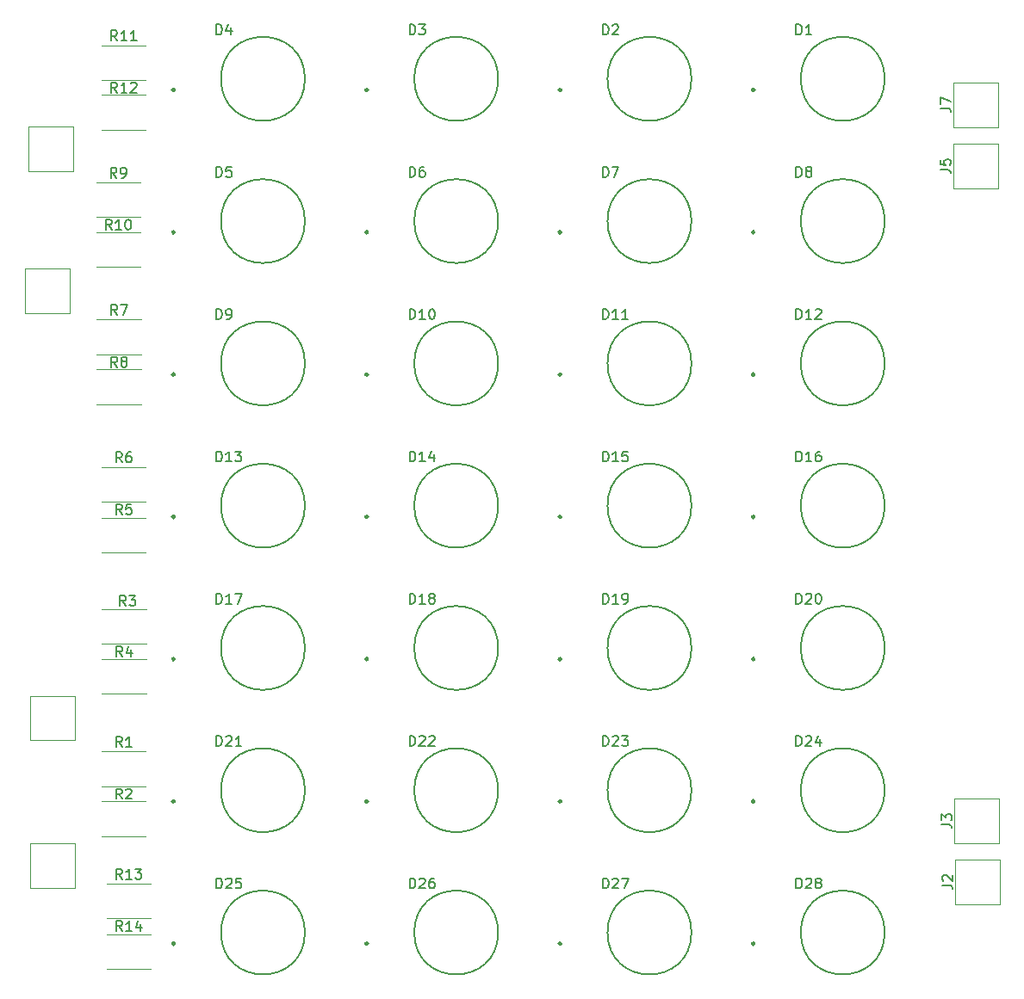
<source format=gbr>
%TF.GenerationSoftware,KiCad,Pcbnew,8.0.3*%
%TF.CreationDate,2024-07-01T01:52:40-03:00*%
%TF.ProjectId,led aqu_rio,6c656420-6171-475e-9172-696f2e6b6963,rev?*%
%TF.SameCoordinates,Original*%
%TF.FileFunction,Legend,Top*%
%TF.FilePolarity,Positive*%
%FSLAX46Y46*%
G04 Gerber Fmt 4.6, Leading zero omitted, Abs format (unit mm)*
G04 Created by KiCad (PCBNEW 8.0.3) date 2024-07-01 01:52:40*
%MOMM*%
%LPD*%
G01*
G04 APERTURE LIST*
%ADD10C,0.150000*%
%ADD11C,0.120000*%
%ADD12C,0.250000*%
G04 APERTURE END LIST*
D10*
X301357142Y-183954819D02*
X301023809Y-183478628D01*
X300785714Y-183954819D02*
X300785714Y-182954819D01*
X300785714Y-182954819D02*
X301166666Y-182954819D01*
X301166666Y-182954819D02*
X301261904Y-183002438D01*
X301261904Y-183002438D02*
X301309523Y-183050057D01*
X301309523Y-183050057D02*
X301357142Y-183145295D01*
X301357142Y-183145295D02*
X301357142Y-183288152D01*
X301357142Y-183288152D02*
X301309523Y-183383390D01*
X301309523Y-183383390D02*
X301261904Y-183431009D01*
X301261904Y-183431009D02*
X301166666Y-183478628D01*
X301166666Y-183478628D02*
X300785714Y-183478628D01*
X302309523Y-183954819D02*
X301738095Y-183954819D01*
X302023809Y-183954819D02*
X302023809Y-182954819D01*
X302023809Y-182954819D02*
X301928571Y-183097676D01*
X301928571Y-183097676D02*
X301833333Y-183192914D01*
X301833333Y-183192914D02*
X301738095Y-183240533D01*
X303166666Y-183288152D02*
X303166666Y-183954819D01*
X302928571Y-182907200D02*
X302690476Y-183621485D01*
X302690476Y-183621485D02*
X303309523Y-183621485D01*
X301357142Y-178834819D02*
X301023809Y-178358628D01*
X300785714Y-178834819D02*
X300785714Y-177834819D01*
X300785714Y-177834819D02*
X301166666Y-177834819D01*
X301166666Y-177834819D02*
X301261904Y-177882438D01*
X301261904Y-177882438D02*
X301309523Y-177930057D01*
X301309523Y-177930057D02*
X301357142Y-178025295D01*
X301357142Y-178025295D02*
X301357142Y-178168152D01*
X301357142Y-178168152D02*
X301309523Y-178263390D01*
X301309523Y-178263390D02*
X301261904Y-178311009D01*
X301261904Y-178311009D02*
X301166666Y-178358628D01*
X301166666Y-178358628D02*
X300785714Y-178358628D01*
X302309523Y-178834819D02*
X301738095Y-178834819D01*
X302023809Y-178834819D02*
X302023809Y-177834819D01*
X302023809Y-177834819D02*
X301928571Y-177977676D01*
X301928571Y-177977676D02*
X301833333Y-178072914D01*
X301833333Y-178072914D02*
X301738095Y-178120533D01*
X302642857Y-177834819D02*
X303261904Y-177834819D01*
X303261904Y-177834819D02*
X302928571Y-178215771D01*
X302928571Y-178215771D02*
X303071428Y-178215771D01*
X303071428Y-178215771D02*
X303166666Y-178263390D01*
X303166666Y-178263390D02*
X303214285Y-178311009D01*
X303214285Y-178311009D02*
X303261904Y-178406247D01*
X303261904Y-178406247D02*
X303261904Y-178644342D01*
X303261904Y-178644342D02*
X303214285Y-178739580D01*
X303214285Y-178739580D02*
X303166666Y-178787200D01*
X303166666Y-178787200D02*
X303071428Y-178834819D01*
X303071428Y-178834819D02*
X302785714Y-178834819D01*
X302785714Y-178834819D02*
X302690476Y-178787200D01*
X302690476Y-178787200D02*
X302642857Y-178739580D01*
X300857142Y-101454819D02*
X300523809Y-100978628D01*
X300285714Y-101454819D02*
X300285714Y-100454819D01*
X300285714Y-100454819D02*
X300666666Y-100454819D01*
X300666666Y-100454819D02*
X300761904Y-100502438D01*
X300761904Y-100502438D02*
X300809523Y-100550057D01*
X300809523Y-100550057D02*
X300857142Y-100645295D01*
X300857142Y-100645295D02*
X300857142Y-100788152D01*
X300857142Y-100788152D02*
X300809523Y-100883390D01*
X300809523Y-100883390D02*
X300761904Y-100931009D01*
X300761904Y-100931009D02*
X300666666Y-100978628D01*
X300666666Y-100978628D02*
X300285714Y-100978628D01*
X301809523Y-101454819D02*
X301238095Y-101454819D01*
X301523809Y-101454819D02*
X301523809Y-100454819D01*
X301523809Y-100454819D02*
X301428571Y-100597676D01*
X301428571Y-100597676D02*
X301333333Y-100692914D01*
X301333333Y-100692914D02*
X301238095Y-100740533D01*
X302190476Y-100550057D02*
X302238095Y-100502438D01*
X302238095Y-100502438D02*
X302333333Y-100454819D01*
X302333333Y-100454819D02*
X302571428Y-100454819D01*
X302571428Y-100454819D02*
X302666666Y-100502438D01*
X302666666Y-100502438D02*
X302714285Y-100550057D01*
X302714285Y-100550057D02*
X302761904Y-100645295D01*
X302761904Y-100645295D02*
X302761904Y-100740533D01*
X302761904Y-100740533D02*
X302714285Y-100883390D01*
X302714285Y-100883390D02*
X302142857Y-101454819D01*
X302142857Y-101454819D02*
X302761904Y-101454819D01*
X300857142Y-96334819D02*
X300523809Y-95858628D01*
X300285714Y-96334819D02*
X300285714Y-95334819D01*
X300285714Y-95334819D02*
X300666666Y-95334819D01*
X300666666Y-95334819D02*
X300761904Y-95382438D01*
X300761904Y-95382438D02*
X300809523Y-95430057D01*
X300809523Y-95430057D02*
X300857142Y-95525295D01*
X300857142Y-95525295D02*
X300857142Y-95668152D01*
X300857142Y-95668152D02*
X300809523Y-95763390D01*
X300809523Y-95763390D02*
X300761904Y-95811009D01*
X300761904Y-95811009D02*
X300666666Y-95858628D01*
X300666666Y-95858628D02*
X300285714Y-95858628D01*
X301809523Y-96334819D02*
X301238095Y-96334819D01*
X301523809Y-96334819D02*
X301523809Y-95334819D01*
X301523809Y-95334819D02*
X301428571Y-95477676D01*
X301428571Y-95477676D02*
X301333333Y-95572914D01*
X301333333Y-95572914D02*
X301238095Y-95620533D01*
X302761904Y-96334819D02*
X302190476Y-96334819D01*
X302476190Y-96334819D02*
X302476190Y-95334819D01*
X302476190Y-95334819D02*
X302380952Y-95477676D01*
X302380952Y-95477676D02*
X302285714Y-95572914D01*
X302285714Y-95572914D02*
X302190476Y-95620533D01*
X300319642Y-114954819D02*
X299986309Y-114478628D01*
X299748214Y-114954819D02*
X299748214Y-113954819D01*
X299748214Y-113954819D02*
X300129166Y-113954819D01*
X300129166Y-113954819D02*
X300224404Y-114002438D01*
X300224404Y-114002438D02*
X300272023Y-114050057D01*
X300272023Y-114050057D02*
X300319642Y-114145295D01*
X300319642Y-114145295D02*
X300319642Y-114288152D01*
X300319642Y-114288152D02*
X300272023Y-114383390D01*
X300272023Y-114383390D02*
X300224404Y-114431009D01*
X300224404Y-114431009D02*
X300129166Y-114478628D01*
X300129166Y-114478628D02*
X299748214Y-114478628D01*
X301272023Y-114954819D02*
X300700595Y-114954819D01*
X300986309Y-114954819D02*
X300986309Y-113954819D01*
X300986309Y-113954819D02*
X300891071Y-114097676D01*
X300891071Y-114097676D02*
X300795833Y-114192914D01*
X300795833Y-114192914D02*
X300700595Y-114240533D01*
X301891071Y-113954819D02*
X301986309Y-113954819D01*
X301986309Y-113954819D02*
X302081547Y-114002438D01*
X302081547Y-114002438D02*
X302129166Y-114050057D01*
X302129166Y-114050057D02*
X302176785Y-114145295D01*
X302176785Y-114145295D02*
X302224404Y-114335771D01*
X302224404Y-114335771D02*
X302224404Y-114573866D01*
X302224404Y-114573866D02*
X302176785Y-114764342D01*
X302176785Y-114764342D02*
X302129166Y-114859580D01*
X302129166Y-114859580D02*
X302081547Y-114907200D01*
X302081547Y-114907200D02*
X301986309Y-114954819D01*
X301986309Y-114954819D02*
X301891071Y-114954819D01*
X301891071Y-114954819D02*
X301795833Y-114907200D01*
X301795833Y-114907200D02*
X301748214Y-114859580D01*
X301748214Y-114859580D02*
X301700595Y-114764342D01*
X301700595Y-114764342D02*
X301652976Y-114573866D01*
X301652976Y-114573866D02*
X301652976Y-114335771D01*
X301652976Y-114335771D02*
X301700595Y-114145295D01*
X301700595Y-114145295D02*
X301748214Y-114050057D01*
X301748214Y-114050057D02*
X301795833Y-114002438D01*
X301795833Y-114002438D02*
X301891071Y-113954819D01*
X300795833Y-109834819D02*
X300462500Y-109358628D01*
X300224405Y-109834819D02*
X300224405Y-108834819D01*
X300224405Y-108834819D02*
X300605357Y-108834819D01*
X300605357Y-108834819D02*
X300700595Y-108882438D01*
X300700595Y-108882438D02*
X300748214Y-108930057D01*
X300748214Y-108930057D02*
X300795833Y-109025295D01*
X300795833Y-109025295D02*
X300795833Y-109168152D01*
X300795833Y-109168152D02*
X300748214Y-109263390D01*
X300748214Y-109263390D02*
X300700595Y-109311009D01*
X300700595Y-109311009D02*
X300605357Y-109358628D01*
X300605357Y-109358628D02*
X300224405Y-109358628D01*
X301272024Y-109834819D02*
X301462500Y-109834819D01*
X301462500Y-109834819D02*
X301557738Y-109787200D01*
X301557738Y-109787200D02*
X301605357Y-109739580D01*
X301605357Y-109739580D02*
X301700595Y-109596723D01*
X301700595Y-109596723D02*
X301748214Y-109406247D01*
X301748214Y-109406247D02*
X301748214Y-109025295D01*
X301748214Y-109025295D02*
X301700595Y-108930057D01*
X301700595Y-108930057D02*
X301652976Y-108882438D01*
X301652976Y-108882438D02*
X301557738Y-108834819D01*
X301557738Y-108834819D02*
X301367262Y-108834819D01*
X301367262Y-108834819D02*
X301272024Y-108882438D01*
X301272024Y-108882438D02*
X301224405Y-108930057D01*
X301224405Y-108930057D02*
X301176786Y-109025295D01*
X301176786Y-109025295D02*
X301176786Y-109263390D01*
X301176786Y-109263390D02*
X301224405Y-109358628D01*
X301224405Y-109358628D02*
X301272024Y-109406247D01*
X301272024Y-109406247D02*
X301367262Y-109453866D01*
X301367262Y-109453866D02*
X301557738Y-109453866D01*
X301557738Y-109453866D02*
X301652976Y-109406247D01*
X301652976Y-109406247D02*
X301700595Y-109358628D01*
X301700595Y-109358628D02*
X301748214Y-109263390D01*
X300870833Y-128454819D02*
X300537500Y-127978628D01*
X300299405Y-128454819D02*
X300299405Y-127454819D01*
X300299405Y-127454819D02*
X300680357Y-127454819D01*
X300680357Y-127454819D02*
X300775595Y-127502438D01*
X300775595Y-127502438D02*
X300823214Y-127550057D01*
X300823214Y-127550057D02*
X300870833Y-127645295D01*
X300870833Y-127645295D02*
X300870833Y-127788152D01*
X300870833Y-127788152D02*
X300823214Y-127883390D01*
X300823214Y-127883390D02*
X300775595Y-127931009D01*
X300775595Y-127931009D02*
X300680357Y-127978628D01*
X300680357Y-127978628D02*
X300299405Y-127978628D01*
X301442262Y-127883390D02*
X301347024Y-127835771D01*
X301347024Y-127835771D02*
X301299405Y-127788152D01*
X301299405Y-127788152D02*
X301251786Y-127692914D01*
X301251786Y-127692914D02*
X301251786Y-127645295D01*
X301251786Y-127645295D02*
X301299405Y-127550057D01*
X301299405Y-127550057D02*
X301347024Y-127502438D01*
X301347024Y-127502438D02*
X301442262Y-127454819D01*
X301442262Y-127454819D02*
X301632738Y-127454819D01*
X301632738Y-127454819D02*
X301727976Y-127502438D01*
X301727976Y-127502438D02*
X301775595Y-127550057D01*
X301775595Y-127550057D02*
X301823214Y-127645295D01*
X301823214Y-127645295D02*
X301823214Y-127692914D01*
X301823214Y-127692914D02*
X301775595Y-127788152D01*
X301775595Y-127788152D02*
X301727976Y-127835771D01*
X301727976Y-127835771D02*
X301632738Y-127883390D01*
X301632738Y-127883390D02*
X301442262Y-127883390D01*
X301442262Y-127883390D02*
X301347024Y-127931009D01*
X301347024Y-127931009D02*
X301299405Y-127978628D01*
X301299405Y-127978628D02*
X301251786Y-128073866D01*
X301251786Y-128073866D02*
X301251786Y-128264342D01*
X301251786Y-128264342D02*
X301299405Y-128359580D01*
X301299405Y-128359580D02*
X301347024Y-128407200D01*
X301347024Y-128407200D02*
X301442262Y-128454819D01*
X301442262Y-128454819D02*
X301632738Y-128454819D01*
X301632738Y-128454819D02*
X301727976Y-128407200D01*
X301727976Y-128407200D02*
X301775595Y-128359580D01*
X301775595Y-128359580D02*
X301823214Y-128264342D01*
X301823214Y-128264342D02*
X301823214Y-128073866D01*
X301823214Y-128073866D02*
X301775595Y-127978628D01*
X301775595Y-127978628D02*
X301727976Y-127931009D01*
X301727976Y-127931009D02*
X301632738Y-127883390D01*
X300870833Y-123334819D02*
X300537500Y-122858628D01*
X300299405Y-123334819D02*
X300299405Y-122334819D01*
X300299405Y-122334819D02*
X300680357Y-122334819D01*
X300680357Y-122334819D02*
X300775595Y-122382438D01*
X300775595Y-122382438D02*
X300823214Y-122430057D01*
X300823214Y-122430057D02*
X300870833Y-122525295D01*
X300870833Y-122525295D02*
X300870833Y-122668152D01*
X300870833Y-122668152D02*
X300823214Y-122763390D01*
X300823214Y-122763390D02*
X300775595Y-122811009D01*
X300775595Y-122811009D02*
X300680357Y-122858628D01*
X300680357Y-122858628D02*
X300299405Y-122858628D01*
X301204167Y-122334819D02*
X301870833Y-122334819D01*
X301870833Y-122334819D02*
X301442262Y-123334819D01*
X301333333Y-137834819D02*
X301000000Y-137358628D01*
X300761905Y-137834819D02*
X300761905Y-136834819D01*
X300761905Y-136834819D02*
X301142857Y-136834819D01*
X301142857Y-136834819D02*
X301238095Y-136882438D01*
X301238095Y-136882438D02*
X301285714Y-136930057D01*
X301285714Y-136930057D02*
X301333333Y-137025295D01*
X301333333Y-137025295D02*
X301333333Y-137168152D01*
X301333333Y-137168152D02*
X301285714Y-137263390D01*
X301285714Y-137263390D02*
X301238095Y-137311009D01*
X301238095Y-137311009D02*
X301142857Y-137358628D01*
X301142857Y-137358628D02*
X300761905Y-137358628D01*
X302190476Y-136834819D02*
X302000000Y-136834819D01*
X302000000Y-136834819D02*
X301904762Y-136882438D01*
X301904762Y-136882438D02*
X301857143Y-136930057D01*
X301857143Y-136930057D02*
X301761905Y-137072914D01*
X301761905Y-137072914D02*
X301714286Y-137263390D01*
X301714286Y-137263390D02*
X301714286Y-137644342D01*
X301714286Y-137644342D02*
X301761905Y-137739580D01*
X301761905Y-137739580D02*
X301809524Y-137787200D01*
X301809524Y-137787200D02*
X301904762Y-137834819D01*
X301904762Y-137834819D02*
X302095238Y-137834819D01*
X302095238Y-137834819D02*
X302190476Y-137787200D01*
X302190476Y-137787200D02*
X302238095Y-137739580D01*
X302238095Y-137739580D02*
X302285714Y-137644342D01*
X302285714Y-137644342D02*
X302285714Y-137406247D01*
X302285714Y-137406247D02*
X302238095Y-137311009D01*
X302238095Y-137311009D02*
X302190476Y-137263390D01*
X302190476Y-137263390D02*
X302095238Y-137215771D01*
X302095238Y-137215771D02*
X301904762Y-137215771D01*
X301904762Y-137215771D02*
X301809524Y-137263390D01*
X301809524Y-137263390D02*
X301761905Y-137311009D01*
X301761905Y-137311009D02*
X301714286Y-137406247D01*
X301333333Y-142954819D02*
X301000000Y-142478628D01*
X300761905Y-142954819D02*
X300761905Y-141954819D01*
X300761905Y-141954819D02*
X301142857Y-141954819D01*
X301142857Y-141954819D02*
X301238095Y-142002438D01*
X301238095Y-142002438D02*
X301285714Y-142050057D01*
X301285714Y-142050057D02*
X301333333Y-142145295D01*
X301333333Y-142145295D02*
X301333333Y-142288152D01*
X301333333Y-142288152D02*
X301285714Y-142383390D01*
X301285714Y-142383390D02*
X301238095Y-142431009D01*
X301238095Y-142431009D02*
X301142857Y-142478628D01*
X301142857Y-142478628D02*
X300761905Y-142478628D01*
X302238095Y-141954819D02*
X301761905Y-141954819D01*
X301761905Y-141954819D02*
X301714286Y-142431009D01*
X301714286Y-142431009D02*
X301761905Y-142383390D01*
X301761905Y-142383390D02*
X301857143Y-142335771D01*
X301857143Y-142335771D02*
X302095238Y-142335771D01*
X302095238Y-142335771D02*
X302190476Y-142383390D01*
X302190476Y-142383390D02*
X302238095Y-142431009D01*
X302238095Y-142431009D02*
X302285714Y-142526247D01*
X302285714Y-142526247D02*
X302285714Y-142764342D01*
X302285714Y-142764342D02*
X302238095Y-142859580D01*
X302238095Y-142859580D02*
X302190476Y-142907200D01*
X302190476Y-142907200D02*
X302095238Y-142954819D01*
X302095238Y-142954819D02*
X301857143Y-142954819D01*
X301857143Y-142954819D02*
X301761905Y-142907200D01*
X301761905Y-142907200D02*
X301714286Y-142859580D01*
X301370833Y-156954819D02*
X301037500Y-156478628D01*
X300799405Y-156954819D02*
X300799405Y-155954819D01*
X300799405Y-155954819D02*
X301180357Y-155954819D01*
X301180357Y-155954819D02*
X301275595Y-156002438D01*
X301275595Y-156002438D02*
X301323214Y-156050057D01*
X301323214Y-156050057D02*
X301370833Y-156145295D01*
X301370833Y-156145295D02*
X301370833Y-156288152D01*
X301370833Y-156288152D02*
X301323214Y-156383390D01*
X301323214Y-156383390D02*
X301275595Y-156431009D01*
X301275595Y-156431009D02*
X301180357Y-156478628D01*
X301180357Y-156478628D02*
X300799405Y-156478628D01*
X302227976Y-156288152D02*
X302227976Y-156954819D01*
X301989881Y-155907200D02*
X301751786Y-156621485D01*
X301751786Y-156621485D02*
X302370833Y-156621485D01*
X301713333Y-151954819D02*
X301380000Y-151478628D01*
X301141905Y-151954819D02*
X301141905Y-150954819D01*
X301141905Y-150954819D02*
X301522857Y-150954819D01*
X301522857Y-150954819D02*
X301618095Y-151002438D01*
X301618095Y-151002438D02*
X301665714Y-151050057D01*
X301665714Y-151050057D02*
X301713333Y-151145295D01*
X301713333Y-151145295D02*
X301713333Y-151288152D01*
X301713333Y-151288152D02*
X301665714Y-151383390D01*
X301665714Y-151383390D02*
X301618095Y-151431009D01*
X301618095Y-151431009D02*
X301522857Y-151478628D01*
X301522857Y-151478628D02*
X301141905Y-151478628D01*
X302046667Y-150954819D02*
X302665714Y-150954819D01*
X302665714Y-150954819D02*
X302332381Y-151335771D01*
X302332381Y-151335771D02*
X302475238Y-151335771D01*
X302475238Y-151335771D02*
X302570476Y-151383390D01*
X302570476Y-151383390D02*
X302618095Y-151431009D01*
X302618095Y-151431009D02*
X302665714Y-151526247D01*
X302665714Y-151526247D02*
X302665714Y-151764342D01*
X302665714Y-151764342D02*
X302618095Y-151859580D01*
X302618095Y-151859580D02*
X302570476Y-151907200D01*
X302570476Y-151907200D02*
X302475238Y-151954819D01*
X302475238Y-151954819D02*
X302189524Y-151954819D01*
X302189524Y-151954819D02*
X302094286Y-151907200D01*
X302094286Y-151907200D02*
X302046667Y-151859580D01*
X301333333Y-170954819D02*
X301000000Y-170478628D01*
X300761905Y-170954819D02*
X300761905Y-169954819D01*
X300761905Y-169954819D02*
X301142857Y-169954819D01*
X301142857Y-169954819D02*
X301238095Y-170002438D01*
X301238095Y-170002438D02*
X301285714Y-170050057D01*
X301285714Y-170050057D02*
X301333333Y-170145295D01*
X301333333Y-170145295D02*
X301333333Y-170288152D01*
X301333333Y-170288152D02*
X301285714Y-170383390D01*
X301285714Y-170383390D02*
X301238095Y-170431009D01*
X301238095Y-170431009D02*
X301142857Y-170478628D01*
X301142857Y-170478628D02*
X300761905Y-170478628D01*
X301714286Y-170050057D02*
X301761905Y-170002438D01*
X301761905Y-170002438D02*
X301857143Y-169954819D01*
X301857143Y-169954819D02*
X302095238Y-169954819D01*
X302095238Y-169954819D02*
X302190476Y-170002438D01*
X302190476Y-170002438D02*
X302238095Y-170050057D01*
X302238095Y-170050057D02*
X302285714Y-170145295D01*
X302285714Y-170145295D02*
X302285714Y-170240533D01*
X302285714Y-170240533D02*
X302238095Y-170383390D01*
X302238095Y-170383390D02*
X301666667Y-170954819D01*
X301666667Y-170954819D02*
X302285714Y-170954819D01*
X301333333Y-165834819D02*
X301000000Y-165358628D01*
X300761905Y-165834819D02*
X300761905Y-164834819D01*
X300761905Y-164834819D02*
X301142857Y-164834819D01*
X301142857Y-164834819D02*
X301238095Y-164882438D01*
X301238095Y-164882438D02*
X301285714Y-164930057D01*
X301285714Y-164930057D02*
X301333333Y-165025295D01*
X301333333Y-165025295D02*
X301333333Y-165168152D01*
X301333333Y-165168152D02*
X301285714Y-165263390D01*
X301285714Y-165263390D02*
X301238095Y-165311009D01*
X301238095Y-165311009D02*
X301142857Y-165358628D01*
X301142857Y-165358628D02*
X300761905Y-165358628D01*
X302285714Y-165834819D02*
X301714286Y-165834819D01*
X302000000Y-165834819D02*
X302000000Y-164834819D01*
X302000000Y-164834819D02*
X301904762Y-164977676D01*
X301904762Y-164977676D02*
X301809524Y-165072914D01*
X301809524Y-165072914D02*
X301714286Y-165120533D01*
X348601779Y-137754819D02*
X348601779Y-136754819D01*
X348601779Y-136754819D02*
X348839874Y-136754819D01*
X348839874Y-136754819D02*
X348982731Y-136802438D01*
X348982731Y-136802438D02*
X349077969Y-136897676D01*
X349077969Y-136897676D02*
X349125588Y-136992914D01*
X349125588Y-136992914D02*
X349173207Y-137183390D01*
X349173207Y-137183390D02*
X349173207Y-137326247D01*
X349173207Y-137326247D02*
X349125588Y-137516723D01*
X349125588Y-137516723D02*
X349077969Y-137611961D01*
X349077969Y-137611961D02*
X348982731Y-137707200D01*
X348982731Y-137707200D02*
X348839874Y-137754819D01*
X348839874Y-137754819D02*
X348601779Y-137754819D01*
X350125588Y-137754819D02*
X349554160Y-137754819D01*
X349839874Y-137754819D02*
X349839874Y-136754819D01*
X349839874Y-136754819D02*
X349744636Y-136897676D01*
X349744636Y-136897676D02*
X349649398Y-136992914D01*
X349649398Y-136992914D02*
X349554160Y-137040533D01*
X351030350Y-136754819D02*
X350554160Y-136754819D01*
X350554160Y-136754819D02*
X350506541Y-137231009D01*
X350506541Y-137231009D02*
X350554160Y-137183390D01*
X350554160Y-137183390D02*
X350649398Y-137135771D01*
X350649398Y-137135771D02*
X350887493Y-137135771D01*
X350887493Y-137135771D02*
X350982731Y-137183390D01*
X350982731Y-137183390D02*
X351030350Y-137231009D01*
X351030350Y-137231009D02*
X351077969Y-137326247D01*
X351077969Y-137326247D02*
X351077969Y-137564342D01*
X351077969Y-137564342D02*
X351030350Y-137659580D01*
X351030350Y-137659580D02*
X350982731Y-137707200D01*
X350982731Y-137707200D02*
X350887493Y-137754819D01*
X350887493Y-137754819D02*
X350649398Y-137754819D01*
X350649398Y-137754819D02*
X350554160Y-137707200D01*
X350554160Y-137707200D02*
X350506541Y-137659580D01*
X329601779Y-109754819D02*
X329601779Y-108754819D01*
X329601779Y-108754819D02*
X329839874Y-108754819D01*
X329839874Y-108754819D02*
X329982731Y-108802438D01*
X329982731Y-108802438D02*
X330077969Y-108897676D01*
X330077969Y-108897676D02*
X330125588Y-108992914D01*
X330125588Y-108992914D02*
X330173207Y-109183390D01*
X330173207Y-109183390D02*
X330173207Y-109326247D01*
X330173207Y-109326247D02*
X330125588Y-109516723D01*
X330125588Y-109516723D02*
X330077969Y-109611961D01*
X330077969Y-109611961D02*
X329982731Y-109707200D01*
X329982731Y-109707200D02*
X329839874Y-109754819D01*
X329839874Y-109754819D02*
X329601779Y-109754819D01*
X331030350Y-108754819D02*
X330839874Y-108754819D01*
X330839874Y-108754819D02*
X330744636Y-108802438D01*
X330744636Y-108802438D02*
X330697017Y-108850057D01*
X330697017Y-108850057D02*
X330601779Y-108992914D01*
X330601779Y-108992914D02*
X330554160Y-109183390D01*
X330554160Y-109183390D02*
X330554160Y-109564342D01*
X330554160Y-109564342D02*
X330601779Y-109659580D01*
X330601779Y-109659580D02*
X330649398Y-109707200D01*
X330649398Y-109707200D02*
X330744636Y-109754819D01*
X330744636Y-109754819D02*
X330935112Y-109754819D01*
X330935112Y-109754819D02*
X331030350Y-109707200D01*
X331030350Y-109707200D02*
X331077969Y-109659580D01*
X331077969Y-109659580D02*
X331125588Y-109564342D01*
X331125588Y-109564342D02*
X331125588Y-109326247D01*
X331125588Y-109326247D02*
X331077969Y-109231009D01*
X331077969Y-109231009D02*
X331030350Y-109183390D01*
X331030350Y-109183390D02*
X330935112Y-109135771D01*
X330935112Y-109135771D02*
X330744636Y-109135771D01*
X330744636Y-109135771D02*
X330649398Y-109183390D01*
X330649398Y-109183390D02*
X330601779Y-109231009D01*
X330601779Y-109231009D02*
X330554160Y-109326247D01*
X310601779Y-109754819D02*
X310601779Y-108754819D01*
X310601779Y-108754819D02*
X310839874Y-108754819D01*
X310839874Y-108754819D02*
X310982731Y-108802438D01*
X310982731Y-108802438D02*
X311077969Y-108897676D01*
X311077969Y-108897676D02*
X311125588Y-108992914D01*
X311125588Y-108992914D02*
X311173207Y-109183390D01*
X311173207Y-109183390D02*
X311173207Y-109326247D01*
X311173207Y-109326247D02*
X311125588Y-109516723D01*
X311125588Y-109516723D02*
X311077969Y-109611961D01*
X311077969Y-109611961D02*
X310982731Y-109707200D01*
X310982731Y-109707200D02*
X310839874Y-109754819D01*
X310839874Y-109754819D02*
X310601779Y-109754819D01*
X312077969Y-108754819D02*
X311601779Y-108754819D01*
X311601779Y-108754819D02*
X311554160Y-109231009D01*
X311554160Y-109231009D02*
X311601779Y-109183390D01*
X311601779Y-109183390D02*
X311697017Y-109135771D01*
X311697017Y-109135771D02*
X311935112Y-109135771D01*
X311935112Y-109135771D02*
X312030350Y-109183390D01*
X312030350Y-109183390D02*
X312077969Y-109231009D01*
X312077969Y-109231009D02*
X312125588Y-109326247D01*
X312125588Y-109326247D02*
X312125588Y-109564342D01*
X312125588Y-109564342D02*
X312077969Y-109659580D01*
X312077969Y-109659580D02*
X312030350Y-109707200D01*
X312030350Y-109707200D02*
X311935112Y-109754819D01*
X311935112Y-109754819D02*
X311697017Y-109754819D01*
X311697017Y-109754819D02*
X311601779Y-109707200D01*
X311601779Y-109707200D02*
X311554160Y-109659580D01*
X367601779Y-123754819D02*
X367601779Y-122754819D01*
X367601779Y-122754819D02*
X367839874Y-122754819D01*
X367839874Y-122754819D02*
X367982731Y-122802438D01*
X367982731Y-122802438D02*
X368077969Y-122897676D01*
X368077969Y-122897676D02*
X368125588Y-122992914D01*
X368125588Y-122992914D02*
X368173207Y-123183390D01*
X368173207Y-123183390D02*
X368173207Y-123326247D01*
X368173207Y-123326247D02*
X368125588Y-123516723D01*
X368125588Y-123516723D02*
X368077969Y-123611961D01*
X368077969Y-123611961D02*
X367982731Y-123707200D01*
X367982731Y-123707200D02*
X367839874Y-123754819D01*
X367839874Y-123754819D02*
X367601779Y-123754819D01*
X369125588Y-123754819D02*
X368554160Y-123754819D01*
X368839874Y-123754819D02*
X368839874Y-122754819D01*
X368839874Y-122754819D02*
X368744636Y-122897676D01*
X368744636Y-122897676D02*
X368649398Y-122992914D01*
X368649398Y-122992914D02*
X368554160Y-123040533D01*
X369506541Y-122850057D02*
X369554160Y-122802438D01*
X369554160Y-122802438D02*
X369649398Y-122754819D01*
X369649398Y-122754819D02*
X369887493Y-122754819D01*
X369887493Y-122754819D02*
X369982731Y-122802438D01*
X369982731Y-122802438D02*
X370030350Y-122850057D01*
X370030350Y-122850057D02*
X370077969Y-122945295D01*
X370077969Y-122945295D02*
X370077969Y-123040533D01*
X370077969Y-123040533D02*
X370030350Y-123183390D01*
X370030350Y-123183390D02*
X369458922Y-123754819D01*
X369458922Y-123754819D02*
X370077969Y-123754819D01*
X381786819Y-109023333D02*
X382501104Y-109023333D01*
X382501104Y-109023333D02*
X382643961Y-109070952D01*
X382643961Y-109070952D02*
X382739200Y-109166190D01*
X382739200Y-109166190D02*
X382786819Y-109309047D01*
X382786819Y-109309047D02*
X382786819Y-109404285D01*
X381786819Y-108070952D02*
X381786819Y-108547142D01*
X381786819Y-108547142D02*
X382263009Y-108594761D01*
X382263009Y-108594761D02*
X382215390Y-108547142D01*
X382215390Y-108547142D02*
X382167771Y-108451904D01*
X382167771Y-108451904D02*
X382167771Y-108213809D01*
X382167771Y-108213809D02*
X382215390Y-108118571D01*
X382215390Y-108118571D02*
X382263009Y-108070952D01*
X382263009Y-108070952D02*
X382358247Y-108023333D01*
X382358247Y-108023333D02*
X382596342Y-108023333D01*
X382596342Y-108023333D02*
X382691580Y-108070952D01*
X382691580Y-108070952D02*
X382739200Y-108118571D01*
X382739200Y-108118571D02*
X382786819Y-108213809D01*
X382786819Y-108213809D02*
X382786819Y-108451904D01*
X382786819Y-108451904D02*
X382739200Y-108547142D01*
X382739200Y-108547142D02*
X382691580Y-108594761D01*
X367601779Y-137754819D02*
X367601779Y-136754819D01*
X367601779Y-136754819D02*
X367839874Y-136754819D01*
X367839874Y-136754819D02*
X367982731Y-136802438D01*
X367982731Y-136802438D02*
X368077969Y-136897676D01*
X368077969Y-136897676D02*
X368125588Y-136992914D01*
X368125588Y-136992914D02*
X368173207Y-137183390D01*
X368173207Y-137183390D02*
X368173207Y-137326247D01*
X368173207Y-137326247D02*
X368125588Y-137516723D01*
X368125588Y-137516723D02*
X368077969Y-137611961D01*
X368077969Y-137611961D02*
X367982731Y-137707200D01*
X367982731Y-137707200D02*
X367839874Y-137754819D01*
X367839874Y-137754819D02*
X367601779Y-137754819D01*
X369125588Y-137754819D02*
X368554160Y-137754819D01*
X368839874Y-137754819D02*
X368839874Y-136754819D01*
X368839874Y-136754819D02*
X368744636Y-136897676D01*
X368744636Y-136897676D02*
X368649398Y-136992914D01*
X368649398Y-136992914D02*
X368554160Y-137040533D01*
X369982731Y-136754819D02*
X369792255Y-136754819D01*
X369792255Y-136754819D02*
X369697017Y-136802438D01*
X369697017Y-136802438D02*
X369649398Y-136850057D01*
X369649398Y-136850057D02*
X369554160Y-136992914D01*
X369554160Y-136992914D02*
X369506541Y-137183390D01*
X369506541Y-137183390D02*
X369506541Y-137564342D01*
X369506541Y-137564342D02*
X369554160Y-137659580D01*
X369554160Y-137659580D02*
X369601779Y-137707200D01*
X369601779Y-137707200D02*
X369697017Y-137754819D01*
X369697017Y-137754819D02*
X369887493Y-137754819D01*
X369887493Y-137754819D02*
X369982731Y-137707200D01*
X369982731Y-137707200D02*
X370030350Y-137659580D01*
X370030350Y-137659580D02*
X370077969Y-137564342D01*
X370077969Y-137564342D02*
X370077969Y-137326247D01*
X370077969Y-137326247D02*
X370030350Y-137231009D01*
X370030350Y-137231009D02*
X369982731Y-137183390D01*
X369982731Y-137183390D02*
X369887493Y-137135771D01*
X369887493Y-137135771D02*
X369697017Y-137135771D01*
X369697017Y-137135771D02*
X369601779Y-137183390D01*
X369601779Y-137183390D02*
X369554160Y-137231009D01*
X369554160Y-137231009D02*
X369506541Y-137326247D01*
X348601779Y-165754819D02*
X348601779Y-164754819D01*
X348601779Y-164754819D02*
X348839874Y-164754819D01*
X348839874Y-164754819D02*
X348982731Y-164802438D01*
X348982731Y-164802438D02*
X349077969Y-164897676D01*
X349077969Y-164897676D02*
X349125588Y-164992914D01*
X349125588Y-164992914D02*
X349173207Y-165183390D01*
X349173207Y-165183390D02*
X349173207Y-165326247D01*
X349173207Y-165326247D02*
X349125588Y-165516723D01*
X349125588Y-165516723D02*
X349077969Y-165611961D01*
X349077969Y-165611961D02*
X348982731Y-165707200D01*
X348982731Y-165707200D02*
X348839874Y-165754819D01*
X348839874Y-165754819D02*
X348601779Y-165754819D01*
X349554160Y-164850057D02*
X349601779Y-164802438D01*
X349601779Y-164802438D02*
X349697017Y-164754819D01*
X349697017Y-164754819D02*
X349935112Y-164754819D01*
X349935112Y-164754819D02*
X350030350Y-164802438D01*
X350030350Y-164802438D02*
X350077969Y-164850057D01*
X350077969Y-164850057D02*
X350125588Y-164945295D01*
X350125588Y-164945295D02*
X350125588Y-165040533D01*
X350125588Y-165040533D02*
X350077969Y-165183390D01*
X350077969Y-165183390D02*
X349506541Y-165754819D01*
X349506541Y-165754819D02*
X350125588Y-165754819D01*
X350458922Y-164754819D02*
X351077969Y-164754819D01*
X351077969Y-164754819D02*
X350744636Y-165135771D01*
X350744636Y-165135771D02*
X350887493Y-165135771D01*
X350887493Y-165135771D02*
X350982731Y-165183390D01*
X350982731Y-165183390D02*
X351030350Y-165231009D01*
X351030350Y-165231009D02*
X351077969Y-165326247D01*
X351077969Y-165326247D02*
X351077969Y-165564342D01*
X351077969Y-165564342D02*
X351030350Y-165659580D01*
X351030350Y-165659580D02*
X350982731Y-165707200D01*
X350982731Y-165707200D02*
X350887493Y-165754819D01*
X350887493Y-165754819D02*
X350601779Y-165754819D01*
X350601779Y-165754819D02*
X350506541Y-165707200D01*
X350506541Y-165707200D02*
X350458922Y-165659580D01*
X329601779Y-95754819D02*
X329601779Y-94754819D01*
X329601779Y-94754819D02*
X329839874Y-94754819D01*
X329839874Y-94754819D02*
X329982731Y-94802438D01*
X329982731Y-94802438D02*
X330077969Y-94897676D01*
X330077969Y-94897676D02*
X330125588Y-94992914D01*
X330125588Y-94992914D02*
X330173207Y-95183390D01*
X330173207Y-95183390D02*
X330173207Y-95326247D01*
X330173207Y-95326247D02*
X330125588Y-95516723D01*
X330125588Y-95516723D02*
X330077969Y-95611961D01*
X330077969Y-95611961D02*
X329982731Y-95707200D01*
X329982731Y-95707200D02*
X329839874Y-95754819D01*
X329839874Y-95754819D02*
X329601779Y-95754819D01*
X330506541Y-94754819D02*
X331125588Y-94754819D01*
X331125588Y-94754819D02*
X330792255Y-95135771D01*
X330792255Y-95135771D02*
X330935112Y-95135771D01*
X330935112Y-95135771D02*
X331030350Y-95183390D01*
X331030350Y-95183390D02*
X331077969Y-95231009D01*
X331077969Y-95231009D02*
X331125588Y-95326247D01*
X331125588Y-95326247D02*
X331125588Y-95564342D01*
X331125588Y-95564342D02*
X331077969Y-95659580D01*
X331077969Y-95659580D02*
X331030350Y-95707200D01*
X331030350Y-95707200D02*
X330935112Y-95754819D01*
X330935112Y-95754819D02*
X330649398Y-95754819D01*
X330649398Y-95754819D02*
X330554160Y-95707200D01*
X330554160Y-95707200D02*
X330506541Y-95659580D01*
X329601779Y-137754819D02*
X329601779Y-136754819D01*
X329601779Y-136754819D02*
X329839874Y-136754819D01*
X329839874Y-136754819D02*
X329982731Y-136802438D01*
X329982731Y-136802438D02*
X330077969Y-136897676D01*
X330077969Y-136897676D02*
X330125588Y-136992914D01*
X330125588Y-136992914D02*
X330173207Y-137183390D01*
X330173207Y-137183390D02*
X330173207Y-137326247D01*
X330173207Y-137326247D02*
X330125588Y-137516723D01*
X330125588Y-137516723D02*
X330077969Y-137611961D01*
X330077969Y-137611961D02*
X329982731Y-137707200D01*
X329982731Y-137707200D02*
X329839874Y-137754819D01*
X329839874Y-137754819D02*
X329601779Y-137754819D01*
X331125588Y-137754819D02*
X330554160Y-137754819D01*
X330839874Y-137754819D02*
X330839874Y-136754819D01*
X330839874Y-136754819D02*
X330744636Y-136897676D01*
X330744636Y-136897676D02*
X330649398Y-136992914D01*
X330649398Y-136992914D02*
X330554160Y-137040533D01*
X331982731Y-137088152D02*
X331982731Y-137754819D01*
X331744636Y-136707200D02*
X331506541Y-137421485D01*
X331506541Y-137421485D02*
X332125588Y-137421485D01*
X329601779Y-123754819D02*
X329601779Y-122754819D01*
X329601779Y-122754819D02*
X329839874Y-122754819D01*
X329839874Y-122754819D02*
X329982731Y-122802438D01*
X329982731Y-122802438D02*
X330077969Y-122897676D01*
X330077969Y-122897676D02*
X330125588Y-122992914D01*
X330125588Y-122992914D02*
X330173207Y-123183390D01*
X330173207Y-123183390D02*
X330173207Y-123326247D01*
X330173207Y-123326247D02*
X330125588Y-123516723D01*
X330125588Y-123516723D02*
X330077969Y-123611961D01*
X330077969Y-123611961D02*
X329982731Y-123707200D01*
X329982731Y-123707200D02*
X329839874Y-123754819D01*
X329839874Y-123754819D02*
X329601779Y-123754819D01*
X331125588Y-123754819D02*
X330554160Y-123754819D01*
X330839874Y-123754819D02*
X330839874Y-122754819D01*
X330839874Y-122754819D02*
X330744636Y-122897676D01*
X330744636Y-122897676D02*
X330649398Y-122992914D01*
X330649398Y-122992914D02*
X330554160Y-123040533D01*
X331744636Y-122754819D02*
X331839874Y-122754819D01*
X331839874Y-122754819D02*
X331935112Y-122802438D01*
X331935112Y-122802438D02*
X331982731Y-122850057D01*
X331982731Y-122850057D02*
X332030350Y-122945295D01*
X332030350Y-122945295D02*
X332077969Y-123135771D01*
X332077969Y-123135771D02*
X332077969Y-123373866D01*
X332077969Y-123373866D02*
X332030350Y-123564342D01*
X332030350Y-123564342D02*
X331982731Y-123659580D01*
X331982731Y-123659580D02*
X331935112Y-123707200D01*
X331935112Y-123707200D02*
X331839874Y-123754819D01*
X331839874Y-123754819D02*
X331744636Y-123754819D01*
X331744636Y-123754819D02*
X331649398Y-123707200D01*
X331649398Y-123707200D02*
X331601779Y-123659580D01*
X331601779Y-123659580D02*
X331554160Y-123564342D01*
X331554160Y-123564342D02*
X331506541Y-123373866D01*
X331506541Y-123373866D02*
X331506541Y-123135771D01*
X331506541Y-123135771D02*
X331554160Y-122945295D01*
X331554160Y-122945295D02*
X331601779Y-122850057D01*
X331601779Y-122850057D02*
X331649398Y-122802438D01*
X331649398Y-122802438D02*
X331744636Y-122754819D01*
X381786819Y-102973333D02*
X382501104Y-102973333D01*
X382501104Y-102973333D02*
X382643961Y-103020952D01*
X382643961Y-103020952D02*
X382739200Y-103116190D01*
X382739200Y-103116190D02*
X382786819Y-103259047D01*
X382786819Y-103259047D02*
X382786819Y-103354285D01*
X381786819Y-102592380D02*
X381786819Y-101925714D01*
X381786819Y-101925714D02*
X382786819Y-102354285D01*
X381966819Y-179443333D02*
X382681104Y-179443333D01*
X382681104Y-179443333D02*
X382823961Y-179490952D01*
X382823961Y-179490952D02*
X382919200Y-179586190D01*
X382919200Y-179586190D02*
X382966819Y-179729047D01*
X382966819Y-179729047D02*
X382966819Y-179824285D01*
X382062057Y-179014761D02*
X382014438Y-178967142D01*
X382014438Y-178967142D02*
X381966819Y-178871904D01*
X381966819Y-178871904D02*
X381966819Y-178633809D01*
X381966819Y-178633809D02*
X382014438Y-178538571D01*
X382014438Y-178538571D02*
X382062057Y-178490952D01*
X382062057Y-178490952D02*
X382157295Y-178443333D01*
X382157295Y-178443333D02*
X382252533Y-178443333D01*
X382252533Y-178443333D02*
X382395390Y-178490952D01*
X382395390Y-178490952D02*
X382966819Y-179062380D01*
X382966819Y-179062380D02*
X382966819Y-178443333D01*
X310601779Y-151754819D02*
X310601779Y-150754819D01*
X310601779Y-150754819D02*
X310839874Y-150754819D01*
X310839874Y-150754819D02*
X310982731Y-150802438D01*
X310982731Y-150802438D02*
X311077969Y-150897676D01*
X311077969Y-150897676D02*
X311125588Y-150992914D01*
X311125588Y-150992914D02*
X311173207Y-151183390D01*
X311173207Y-151183390D02*
X311173207Y-151326247D01*
X311173207Y-151326247D02*
X311125588Y-151516723D01*
X311125588Y-151516723D02*
X311077969Y-151611961D01*
X311077969Y-151611961D02*
X310982731Y-151707200D01*
X310982731Y-151707200D02*
X310839874Y-151754819D01*
X310839874Y-151754819D02*
X310601779Y-151754819D01*
X312125588Y-151754819D02*
X311554160Y-151754819D01*
X311839874Y-151754819D02*
X311839874Y-150754819D01*
X311839874Y-150754819D02*
X311744636Y-150897676D01*
X311744636Y-150897676D02*
X311649398Y-150992914D01*
X311649398Y-150992914D02*
X311554160Y-151040533D01*
X312458922Y-150754819D02*
X313125588Y-150754819D01*
X313125588Y-150754819D02*
X312697017Y-151754819D01*
X381906819Y-173453333D02*
X382621104Y-173453333D01*
X382621104Y-173453333D02*
X382763961Y-173500952D01*
X382763961Y-173500952D02*
X382859200Y-173596190D01*
X382859200Y-173596190D02*
X382906819Y-173739047D01*
X382906819Y-173739047D02*
X382906819Y-173834285D01*
X381906819Y-173072380D02*
X381906819Y-172453333D01*
X381906819Y-172453333D02*
X382287771Y-172786666D01*
X382287771Y-172786666D02*
X382287771Y-172643809D01*
X382287771Y-172643809D02*
X382335390Y-172548571D01*
X382335390Y-172548571D02*
X382383009Y-172500952D01*
X382383009Y-172500952D02*
X382478247Y-172453333D01*
X382478247Y-172453333D02*
X382716342Y-172453333D01*
X382716342Y-172453333D02*
X382811580Y-172500952D01*
X382811580Y-172500952D02*
X382859200Y-172548571D01*
X382859200Y-172548571D02*
X382906819Y-172643809D01*
X382906819Y-172643809D02*
X382906819Y-172929523D01*
X382906819Y-172929523D02*
X382859200Y-173024761D01*
X382859200Y-173024761D02*
X382811580Y-173072380D01*
X310601779Y-179754819D02*
X310601779Y-178754819D01*
X310601779Y-178754819D02*
X310839874Y-178754819D01*
X310839874Y-178754819D02*
X310982731Y-178802438D01*
X310982731Y-178802438D02*
X311077969Y-178897676D01*
X311077969Y-178897676D02*
X311125588Y-178992914D01*
X311125588Y-178992914D02*
X311173207Y-179183390D01*
X311173207Y-179183390D02*
X311173207Y-179326247D01*
X311173207Y-179326247D02*
X311125588Y-179516723D01*
X311125588Y-179516723D02*
X311077969Y-179611961D01*
X311077969Y-179611961D02*
X310982731Y-179707200D01*
X310982731Y-179707200D02*
X310839874Y-179754819D01*
X310839874Y-179754819D02*
X310601779Y-179754819D01*
X311554160Y-178850057D02*
X311601779Y-178802438D01*
X311601779Y-178802438D02*
X311697017Y-178754819D01*
X311697017Y-178754819D02*
X311935112Y-178754819D01*
X311935112Y-178754819D02*
X312030350Y-178802438D01*
X312030350Y-178802438D02*
X312077969Y-178850057D01*
X312077969Y-178850057D02*
X312125588Y-178945295D01*
X312125588Y-178945295D02*
X312125588Y-179040533D01*
X312125588Y-179040533D02*
X312077969Y-179183390D01*
X312077969Y-179183390D02*
X311506541Y-179754819D01*
X311506541Y-179754819D02*
X312125588Y-179754819D01*
X313030350Y-178754819D02*
X312554160Y-178754819D01*
X312554160Y-178754819D02*
X312506541Y-179231009D01*
X312506541Y-179231009D02*
X312554160Y-179183390D01*
X312554160Y-179183390D02*
X312649398Y-179135771D01*
X312649398Y-179135771D02*
X312887493Y-179135771D01*
X312887493Y-179135771D02*
X312982731Y-179183390D01*
X312982731Y-179183390D02*
X313030350Y-179231009D01*
X313030350Y-179231009D02*
X313077969Y-179326247D01*
X313077969Y-179326247D02*
X313077969Y-179564342D01*
X313077969Y-179564342D02*
X313030350Y-179659580D01*
X313030350Y-179659580D02*
X312982731Y-179707200D01*
X312982731Y-179707200D02*
X312887493Y-179754819D01*
X312887493Y-179754819D02*
X312649398Y-179754819D01*
X312649398Y-179754819D02*
X312554160Y-179707200D01*
X312554160Y-179707200D02*
X312506541Y-179659580D01*
X348601779Y-95754819D02*
X348601779Y-94754819D01*
X348601779Y-94754819D02*
X348839874Y-94754819D01*
X348839874Y-94754819D02*
X348982731Y-94802438D01*
X348982731Y-94802438D02*
X349077969Y-94897676D01*
X349077969Y-94897676D02*
X349125588Y-94992914D01*
X349125588Y-94992914D02*
X349173207Y-95183390D01*
X349173207Y-95183390D02*
X349173207Y-95326247D01*
X349173207Y-95326247D02*
X349125588Y-95516723D01*
X349125588Y-95516723D02*
X349077969Y-95611961D01*
X349077969Y-95611961D02*
X348982731Y-95707200D01*
X348982731Y-95707200D02*
X348839874Y-95754819D01*
X348839874Y-95754819D02*
X348601779Y-95754819D01*
X349554160Y-94850057D02*
X349601779Y-94802438D01*
X349601779Y-94802438D02*
X349697017Y-94754819D01*
X349697017Y-94754819D02*
X349935112Y-94754819D01*
X349935112Y-94754819D02*
X350030350Y-94802438D01*
X350030350Y-94802438D02*
X350077969Y-94850057D01*
X350077969Y-94850057D02*
X350125588Y-94945295D01*
X350125588Y-94945295D02*
X350125588Y-95040533D01*
X350125588Y-95040533D02*
X350077969Y-95183390D01*
X350077969Y-95183390D02*
X349506541Y-95754819D01*
X349506541Y-95754819D02*
X350125588Y-95754819D01*
X367601779Y-109754819D02*
X367601779Y-108754819D01*
X367601779Y-108754819D02*
X367839874Y-108754819D01*
X367839874Y-108754819D02*
X367982731Y-108802438D01*
X367982731Y-108802438D02*
X368077969Y-108897676D01*
X368077969Y-108897676D02*
X368125588Y-108992914D01*
X368125588Y-108992914D02*
X368173207Y-109183390D01*
X368173207Y-109183390D02*
X368173207Y-109326247D01*
X368173207Y-109326247D02*
X368125588Y-109516723D01*
X368125588Y-109516723D02*
X368077969Y-109611961D01*
X368077969Y-109611961D02*
X367982731Y-109707200D01*
X367982731Y-109707200D02*
X367839874Y-109754819D01*
X367839874Y-109754819D02*
X367601779Y-109754819D01*
X368744636Y-109183390D02*
X368649398Y-109135771D01*
X368649398Y-109135771D02*
X368601779Y-109088152D01*
X368601779Y-109088152D02*
X368554160Y-108992914D01*
X368554160Y-108992914D02*
X368554160Y-108945295D01*
X368554160Y-108945295D02*
X368601779Y-108850057D01*
X368601779Y-108850057D02*
X368649398Y-108802438D01*
X368649398Y-108802438D02*
X368744636Y-108754819D01*
X368744636Y-108754819D02*
X368935112Y-108754819D01*
X368935112Y-108754819D02*
X369030350Y-108802438D01*
X369030350Y-108802438D02*
X369077969Y-108850057D01*
X369077969Y-108850057D02*
X369125588Y-108945295D01*
X369125588Y-108945295D02*
X369125588Y-108992914D01*
X369125588Y-108992914D02*
X369077969Y-109088152D01*
X369077969Y-109088152D02*
X369030350Y-109135771D01*
X369030350Y-109135771D02*
X368935112Y-109183390D01*
X368935112Y-109183390D02*
X368744636Y-109183390D01*
X368744636Y-109183390D02*
X368649398Y-109231009D01*
X368649398Y-109231009D02*
X368601779Y-109278628D01*
X368601779Y-109278628D02*
X368554160Y-109373866D01*
X368554160Y-109373866D02*
X368554160Y-109564342D01*
X368554160Y-109564342D02*
X368601779Y-109659580D01*
X368601779Y-109659580D02*
X368649398Y-109707200D01*
X368649398Y-109707200D02*
X368744636Y-109754819D01*
X368744636Y-109754819D02*
X368935112Y-109754819D01*
X368935112Y-109754819D02*
X369030350Y-109707200D01*
X369030350Y-109707200D02*
X369077969Y-109659580D01*
X369077969Y-109659580D02*
X369125588Y-109564342D01*
X369125588Y-109564342D02*
X369125588Y-109373866D01*
X369125588Y-109373866D02*
X369077969Y-109278628D01*
X369077969Y-109278628D02*
X369030350Y-109231009D01*
X369030350Y-109231009D02*
X368935112Y-109183390D01*
X329601779Y-151754819D02*
X329601779Y-150754819D01*
X329601779Y-150754819D02*
X329839874Y-150754819D01*
X329839874Y-150754819D02*
X329982731Y-150802438D01*
X329982731Y-150802438D02*
X330077969Y-150897676D01*
X330077969Y-150897676D02*
X330125588Y-150992914D01*
X330125588Y-150992914D02*
X330173207Y-151183390D01*
X330173207Y-151183390D02*
X330173207Y-151326247D01*
X330173207Y-151326247D02*
X330125588Y-151516723D01*
X330125588Y-151516723D02*
X330077969Y-151611961D01*
X330077969Y-151611961D02*
X329982731Y-151707200D01*
X329982731Y-151707200D02*
X329839874Y-151754819D01*
X329839874Y-151754819D02*
X329601779Y-151754819D01*
X331125588Y-151754819D02*
X330554160Y-151754819D01*
X330839874Y-151754819D02*
X330839874Y-150754819D01*
X330839874Y-150754819D02*
X330744636Y-150897676D01*
X330744636Y-150897676D02*
X330649398Y-150992914D01*
X330649398Y-150992914D02*
X330554160Y-151040533D01*
X331697017Y-151183390D02*
X331601779Y-151135771D01*
X331601779Y-151135771D02*
X331554160Y-151088152D01*
X331554160Y-151088152D02*
X331506541Y-150992914D01*
X331506541Y-150992914D02*
X331506541Y-150945295D01*
X331506541Y-150945295D02*
X331554160Y-150850057D01*
X331554160Y-150850057D02*
X331601779Y-150802438D01*
X331601779Y-150802438D02*
X331697017Y-150754819D01*
X331697017Y-150754819D02*
X331887493Y-150754819D01*
X331887493Y-150754819D02*
X331982731Y-150802438D01*
X331982731Y-150802438D02*
X332030350Y-150850057D01*
X332030350Y-150850057D02*
X332077969Y-150945295D01*
X332077969Y-150945295D02*
X332077969Y-150992914D01*
X332077969Y-150992914D02*
X332030350Y-151088152D01*
X332030350Y-151088152D02*
X331982731Y-151135771D01*
X331982731Y-151135771D02*
X331887493Y-151183390D01*
X331887493Y-151183390D02*
X331697017Y-151183390D01*
X331697017Y-151183390D02*
X331601779Y-151231009D01*
X331601779Y-151231009D02*
X331554160Y-151278628D01*
X331554160Y-151278628D02*
X331506541Y-151373866D01*
X331506541Y-151373866D02*
X331506541Y-151564342D01*
X331506541Y-151564342D02*
X331554160Y-151659580D01*
X331554160Y-151659580D02*
X331601779Y-151707200D01*
X331601779Y-151707200D02*
X331697017Y-151754819D01*
X331697017Y-151754819D02*
X331887493Y-151754819D01*
X331887493Y-151754819D02*
X331982731Y-151707200D01*
X331982731Y-151707200D02*
X332030350Y-151659580D01*
X332030350Y-151659580D02*
X332077969Y-151564342D01*
X332077969Y-151564342D02*
X332077969Y-151373866D01*
X332077969Y-151373866D02*
X332030350Y-151278628D01*
X332030350Y-151278628D02*
X331982731Y-151231009D01*
X331982731Y-151231009D02*
X331887493Y-151183390D01*
X348601779Y-179754819D02*
X348601779Y-178754819D01*
X348601779Y-178754819D02*
X348839874Y-178754819D01*
X348839874Y-178754819D02*
X348982731Y-178802438D01*
X348982731Y-178802438D02*
X349077969Y-178897676D01*
X349077969Y-178897676D02*
X349125588Y-178992914D01*
X349125588Y-178992914D02*
X349173207Y-179183390D01*
X349173207Y-179183390D02*
X349173207Y-179326247D01*
X349173207Y-179326247D02*
X349125588Y-179516723D01*
X349125588Y-179516723D02*
X349077969Y-179611961D01*
X349077969Y-179611961D02*
X348982731Y-179707200D01*
X348982731Y-179707200D02*
X348839874Y-179754819D01*
X348839874Y-179754819D02*
X348601779Y-179754819D01*
X349554160Y-178850057D02*
X349601779Y-178802438D01*
X349601779Y-178802438D02*
X349697017Y-178754819D01*
X349697017Y-178754819D02*
X349935112Y-178754819D01*
X349935112Y-178754819D02*
X350030350Y-178802438D01*
X350030350Y-178802438D02*
X350077969Y-178850057D01*
X350077969Y-178850057D02*
X350125588Y-178945295D01*
X350125588Y-178945295D02*
X350125588Y-179040533D01*
X350125588Y-179040533D02*
X350077969Y-179183390D01*
X350077969Y-179183390D02*
X349506541Y-179754819D01*
X349506541Y-179754819D02*
X350125588Y-179754819D01*
X350458922Y-178754819D02*
X351125588Y-178754819D01*
X351125588Y-178754819D02*
X350697017Y-179754819D01*
X348601779Y-151754819D02*
X348601779Y-150754819D01*
X348601779Y-150754819D02*
X348839874Y-150754819D01*
X348839874Y-150754819D02*
X348982731Y-150802438D01*
X348982731Y-150802438D02*
X349077969Y-150897676D01*
X349077969Y-150897676D02*
X349125588Y-150992914D01*
X349125588Y-150992914D02*
X349173207Y-151183390D01*
X349173207Y-151183390D02*
X349173207Y-151326247D01*
X349173207Y-151326247D02*
X349125588Y-151516723D01*
X349125588Y-151516723D02*
X349077969Y-151611961D01*
X349077969Y-151611961D02*
X348982731Y-151707200D01*
X348982731Y-151707200D02*
X348839874Y-151754819D01*
X348839874Y-151754819D02*
X348601779Y-151754819D01*
X350125588Y-151754819D02*
X349554160Y-151754819D01*
X349839874Y-151754819D02*
X349839874Y-150754819D01*
X349839874Y-150754819D02*
X349744636Y-150897676D01*
X349744636Y-150897676D02*
X349649398Y-150992914D01*
X349649398Y-150992914D02*
X349554160Y-151040533D01*
X350601779Y-151754819D02*
X350792255Y-151754819D01*
X350792255Y-151754819D02*
X350887493Y-151707200D01*
X350887493Y-151707200D02*
X350935112Y-151659580D01*
X350935112Y-151659580D02*
X351030350Y-151516723D01*
X351030350Y-151516723D02*
X351077969Y-151326247D01*
X351077969Y-151326247D02*
X351077969Y-150945295D01*
X351077969Y-150945295D02*
X351030350Y-150850057D01*
X351030350Y-150850057D02*
X350982731Y-150802438D01*
X350982731Y-150802438D02*
X350887493Y-150754819D01*
X350887493Y-150754819D02*
X350697017Y-150754819D01*
X350697017Y-150754819D02*
X350601779Y-150802438D01*
X350601779Y-150802438D02*
X350554160Y-150850057D01*
X350554160Y-150850057D02*
X350506541Y-150945295D01*
X350506541Y-150945295D02*
X350506541Y-151183390D01*
X350506541Y-151183390D02*
X350554160Y-151278628D01*
X350554160Y-151278628D02*
X350601779Y-151326247D01*
X350601779Y-151326247D02*
X350697017Y-151373866D01*
X350697017Y-151373866D02*
X350887493Y-151373866D01*
X350887493Y-151373866D02*
X350982731Y-151326247D01*
X350982731Y-151326247D02*
X351030350Y-151278628D01*
X351030350Y-151278628D02*
X351077969Y-151183390D01*
X367601779Y-95754819D02*
X367601779Y-94754819D01*
X367601779Y-94754819D02*
X367839874Y-94754819D01*
X367839874Y-94754819D02*
X367982731Y-94802438D01*
X367982731Y-94802438D02*
X368077969Y-94897676D01*
X368077969Y-94897676D02*
X368125588Y-94992914D01*
X368125588Y-94992914D02*
X368173207Y-95183390D01*
X368173207Y-95183390D02*
X368173207Y-95326247D01*
X368173207Y-95326247D02*
X368125588Y-95516723D01*
X368125588Y-95516723D02*
X368077969Y-95611961D01*
X368077969Y-95611961D02*
X367982731Y-95707200D01*
X367982731Y-95707200D02*
X367839874Y-95754819D01*
X367839874Y-95754819D02*
X367601779Y-95754819D01*
X369125588Y-95754819D02*
X368554160Y-95754819D01*
X368839874Y-95754819D02*
X368839874Y-94754819D01*
X368839874Y-94754819D02*
X368744636Y-94897676D01*
X368744636Y-94897676D02*
X368649398Y-94992914D01*
X368649398Y-94992914D02*
X368554160Y-95040533D01*
X310601779Y-123754819D02*
X310601779Y-122754819D01*
X310601779Y-122754819D02*
X310839874Y-122754819D01*
X310839874Y-122754819D02*
X310982731Y-122802438D01*
X310982731Y-122802438D02*
X311077969Y-122897676D01*
X311077969Y-122897676D02*
X311125588Y-122992914D01*
X311125588Y-122992914D02*
X311173207Y-123183390D01*
X311173207Y-123183390D02*
X311173207Y-123326247D01*
X311173207Y-123326247D02*
X311125588Y-123516723D01*
X311125588Y-123516723D02*
X311077969Y-123611961D01*
X311077969Y-123611961D02*
X310982731Y-123707200D01*
X310982731Y-123707200D02*
X310839874Y-123754819D01*
X310839874Y-123754819D02*
X310601779Y-123754819D01*
X311649398Y-123754819D02*
X311839874Y-123754819D01*
X311839874Y-123754819D02*
X311935112Y-123707200D01*
X311935112Y-123707200D02*
X311982731Y-123659580D01*
X311982731Y-123659580D02*
X312077969Y-123516723D01*
X312077969Y-123516723D02*
X312125588Y-123326247D01*
X312125588Y-123326247D02*
X312125588Y-122945295D01*
X312125588Y-122945295D02*
X312077969Y-122850057D01*
X312077969Y-122850057D02*
X312030350Y-122802438D01*
X312030350Y-122802438D02*
X311935112Y-122754819D01*
X311935112Y-122754819D02*
X311744636Y-122754819D01*
X311744636Y-122754819D02*
X311649398Y-122802438D01*
X311649398Y-122802438D02*
X311601779Y-122850057D01*
X311601779Y-122850057D02*
X311554160Y-122945295D01*
X311554160Y-122945295D02*
X311554160Y-123183390D01*
X311554160Y-123183390D02*
X311601779Y-123278628D01*
X311601779Y-123278628D02*
X311649398Y-123326247D01*
X311649398Y-123326247D02*
X311744636Y-123373866D01*
X311744636Y-123373866D02*
X311935112Y-123373866D01*
X311935112Y-123373866D02*
X312030350Y-123326247D01*
X312030350Y-123326247D02*
X312077969Y-123278628D01*
X312077969Y-123278628D02*
X312125588Y-123183390D01*
X367601779Y-179754819D02*
X367601779Y-178754819D01*
X367601779Y-178754819D02*
X367839874Y-178754819D01*
X367839874Y-178754819D02*
X367982731Y-178802438D01*
X367982731Y-178802438D02*
X368077969Y-178897676D01*
X368077969Y-178897676D02*
X368125588Y-178992914D01*
X368125588Y-178992914D02*
X368173207Y-179183390D01*
X368173207Y-179183390D02*
X368173207Y-179326247D01*
X368173207Y-179326247D02*
X368125588Y-179516723D01*
X368125588Y-179516723D02*
X368077969Y-179611961D01*
X368077969Y-179611961D02*
X367982731Y-179707200D01*
X367982731Y-179707200D02*
X367839874Y-179754819D01*
X367839874Y-179754819D02*
X367601779Y-179754819D01*
X368554160Y-178850057D02*
X368601779Y-178802438D01*
X368601779Y-178802438D02*
X368697017Y-178754819D01*
X368697017Y-178754819D02*
X368935112Y-178754819D01*
X368935112Y-178754819D02*
X369030350Y-178802438D01*
X369030350Y-178802438D02*
X369077969Y-178850057D01*
X369077969Y-178850057D02*
X369125588Y-178945295D01*
X369125588Y-178945295D02*
X369125588Y-179040533D01*
X369125588Y-179040533D02*
X369077969Y-179183390D01*
X369077969Y-179183390D02*
X368506541Y-179754819D01*
X368506541Y-179754819D02*
X369125588Y-179754819D01*
X369697017Y-179183390D02*
X369601779Y-179135771D01*
X369601779Y-179135771D02*
X369554160Y-179088152D01*
X369554160Y-179088152D02*
X369506541Y-178992914D01*
X369506541Y-178992914D02*
X369506541Y-178945295D01*
X369506541Y-178945295D02*
X369554160Y-178850057D01*
X369554160Y-178850057D02*
X369601779Y-178802438D01*
X369601779Y-178802438D02*
X369697017Y-178754819D01*
X369697017Y-178754819D02*
X369887493Y-178754819D01*
X369887493Y-178754819D02*
X369982731Y-178802438D01*
X369982731Y-178802438D02*
X370030350Y-178850057D01*
X370030350Y-178850057D02*
X370077969Y-178945295D01*
X370077969Y-178945295D02*
X370077969Y-178992914D01*
X370077969Y-178992914D02*
X370030350Y-179088152D01*
X370030350Y-179088152D02*
X369982731Y-179135771D01*
X369982731Y-179135771D02*
X369887493Y-179183390D01*
X369887493Y-179183390D02*
X369697017Y-179183390D01*
X369697017Y-179183390D02*
X369601779Y-179231009D01*
X369601779Y-179231009D02*
X369554160Y-179278628D01*
X369554160Y-179278628D02*
X369506541Y-179373866D01*
X369506541Y-179373866D02*
X369506541Y-179564342D01*
X369506541Y-179564342D02*
X369554160Y-179659580D01*
X369554160Y-179659580D02*
X369601779Y-179707200D01*
X369601779Y-179707200D02*
X369697017Y-179754819D01*
X369697017Y-179754819D02*
X369887493Y-179754819D01*
X369887493Y-179754819D02*
X369982731Y-179707200D01*
X369982731Y-179707200D02*
X370030350Y-179659580D01*
X370030350Y-179659580D02*
X370077969Y-179564342D01*
X370077969Y-179564342D02*
X370077969Y-179373866D01*
X370077969Y-179373866D02*
X370030350Y-179278628D01*
X370030350Y-179278628D02*
X369982731Y-179231009D01*
X369982731Y-179231009D02*
X369887493Y-179183390D01*
X348601779Y-109754819D02*
X348601779Y-108754819D01*
X348601779Y-108754819D02*
X348839874Y-108754819D01*
X348839874Y-108754819D02*
X348982731Y-108802438D01*
X348982731Y-108802438D02*
X349077969Y-108897676D01*
X349077969Y-108897676D02*
X349125588Y-108992914D01*
X349125588Y-108992914D02*
X349173207Y-109183390D01*
X349173207Y-109183390D02*
X349173207Y-109326247D01*
X349173207Y-109326247D02*
X349125588Y-109516723D01*
X349125588Y-109516723D02*
X349077969Y-109611961D01*
X349077969Y-109611961D02*
X348982731Y-109707200D01*
X348982731Y-109707200D02*
X348839874Y-109754819D01*
X348839874Y-109754819D02*
X348601779Y-109754819D01*
X349506541Y-108754819D02*
X350173207Y-108754819D01*
X350173207Y-108754819D02*
X349744636Y-109754819D01*
X329601779Y-179754819D02*
X329601779Y-178754819D01*
X329601779Y-178754819D02*
X329839874Y-178754819D01*
X329839874Y-178754819D02*
X329982731Y-178802438D01*
X329982731Y-178802438D02*
X330077969Y-178897676D01*
X330077969Y-178897676D02*
X330125588Y-178992914D01*
X330125588Y-178992914D02*
X330173207Y-179183390D01*
X330173207Y-179183390D02*
X330173207Y-179326247D01*
X330173207Y-179326247D02*
X330125588Y-179516723D01*
X330125588Y-179516723D02*
X330077969Y-179611961D01*
X330077969Y-179611961D02*
X329982731Y-179707200D01*
X329982731Y-179707200D02*
X329839874Y-179754819D01*
X329839874Y-179754819D02*
X329601779Y-179754819D01*
X330554160Y-178850057D02*
X330601779Y-178802438D01*
X330601779Y-178802438D02*
X330697017Y-178754819D01*
X330697017Y-178754819D02*
X330935112Y-178754819D01*
X330935112Y-178754819D02*
X331030350Y-178802438D01*
X331030350Y-178802438D02*
X331077969Y-178850057D01*
X331077969Y-178850057D02*
X331125588Y-178945295D01*
X331125588Y-178945295D02*
X331125588Y-179040533D01*
X331125588Y-179040533D02*
X331077969Y-179183390D01*
X331077969Y-179183390D02*
X330506541Y-179754819D01*
X330506541Y-179754819D02*
X331125588Y-179754819D01*
X331982731Y-178754819D02*
X331792255Y-178754819D01*
X331792255Y-178754819D02*
X331697017Y-178802438D01*
X331697017Y-178802438D02*
X331649398Y-178850057D01*
X331649398Y-178850057D02*
X331554160Y-178992914D01*
X331554160Y-178992914D02*
X331506541Y-179183390D01*
X331506541Y-179183390D02*
X331506541Y-179564342D01*
X331506541Y-179564342D02*
X331554160Y-179659580D01*
X331554160Y-179659580D02*
X331601779Y-179707200D01*
X331601779Y-179707200D02*
X331697017Y-179754819D01*
X331697017Y-179754819D02*
X331887493Y-179754819D01*
X331887493Y-179754819D02*
X331982731Y-179707200D01*
X331982731Y-179707200D02*
X332030350Y-179659580D01*
X332030350Y-179659580D02*
X332077969Y-179564342D01*
X332077969Y-179564342D02*
X332077969Y-179326247D01*
X332077969Y-179326247D02*
X332030350Y-179231009D01*
X332030350Y-179231009D02*
X331982731Y-179183390D01*
X331982731Y-179183390D02*
X331887493Y-179135771D01*
X331887493Y-179135771D02*
X331697017Y-179135771D01*
X331697017Y-179135771D02*
X331601779Y-179183390D01*
X331601779Y-179183390D02*
X331554160Y-179231009D01*
X331554160Y-179231009D02*
X331506541Y-179326247D01*
X329601779Y-165754819D02*
X329601779Y-164754819D01*
X329601779Y-164754819D02*
X329839874Y-164754819D01*
X329839874Y-164754819D02*
X329982731Y-164802438D01*
X329982731Y-164802438D02*
X330077969Y-164897676D01*
X330077969Y-164897676D02*
X330125588Y-164992914D01*
X330125588Y-164992914D02*
X330173207Y-165183390D01*
X330173207Y-165183390D02*
X330173207Y-165326247D01*
X330173207Y-165326247D02*
X330125588Y-165516723D01*
X330125588Y-165516723D02*
X330077969Y-165611961D01*
X330077969Y-165611961D02*
X329982731Y-165707200D01*
X329982731Y-165707200D02*
X329839874Y-165754819D01*
X329839874Y-165754819D02*
X329601779Y-165754819D01*
X330554160Y-164850057D02*
X330601779Y-164802438D01*
X330601779Y-164802438D02*
X330697017Y-164754819D01*
X330697017Y-164754819D02*
X330935112Y-164754819D01*
X330935112Y-164754819D02*
X331030350Y-164802438D01*
X331030350Y-164802438D02*
X331077969Y-164850057D01*
X331077969Y-164850057D02*
X331125588Y-164945295D01*
X331125588Y-164945295D02*
X331125588Y-165040533D01*
X331125588Y-165040533D02*
X331077969Y-165183390D01*
X331077969Y-165183390D02*
X330506541Y-165754819D01*
X330506541Y-165754819D02*
X331125588Y-165754819D01*
X331506541Y-164850057D02*
X331554160Y-164802438D01*
X331554160Y-164802438D02*
X331649398Y-164754819D01*
X331649398Y-164754819D02*
X331887493Y-164754819D01*
X331887493Y-164754819D02*
X331982731Y-164802438D01*
X331982731Y-164802438D02*
X332030350Y-164850057D01*
X332030350Y-164850057D02*
X332077969Y-164945295D01*
X332077969Y-164945295D02*
X332077969Y-165040533D01*
X332077969Y-165040533D02*
X332030350Y-165183390D01*
X332030350Y-165183390D02*
X331458922Y-165754819D01*
X331458922Y-165754819D02*
X332077969Y-165754819D01*
X310601779Y-95754819D02*
X310601779Y-94754819D01*
X310601779Y-94754819D02*
X310839874Y-94754819D01*
X310839874Y-94754819D02*
X310982731Y-94802438D01*
X310982731Y-94802438D02*
X311077969Y-94897676D01*
X311077969Y-94897676D02*
X311125588Y-94992914D01*
X311125588Y-94992914D02*
X311173207Y-95183390D01*
X311173207Y-95183390D02*
X311173207Y-95326247D01*
X311173207Y-95326247D02*
X311125588Y-95516723D01*
X311125588Y-95516723D02*
X311077969Y-95611961D01*
X311077969Y-95611961D02*
X310982731Y-95707200D01*
X310982731Y-95707200D02*
X310839874Y-95754819D01*
X310839874Y-95754819D02*
X310601779Y-95754819D01*
X312030350Y-95088152D02*
X312030350Y-95754819D01*
X311792255Y-94707200D02*
X311554160Y-95421485D01*
X311554160Y-95421485D02*
X312173207Y-95421485D01*
X310601779Y-165754819D02*
X310601779Y-164754819D01*
X310601779Y-164754819D02*
X310839874Y-164754819D01*
X310839874Y-164754819D02*
X310982731Y-164802438D01*
X310982731Y-164802438D02*
X311077969Y-164897676D01*
X311077969Y-164897676D02*
X311125588Y-164992914D01*
X311125588Y-164992914D02*
X311173207Y-165183390D01*
X311173207Y-165183390D02*
X311173207Y-165326247D01*
X311173207Y-165326247D02*
X311125588Y-165516723D01*
X311125588Y-165516723D02*
X311077969Y-165611961D01*
X311077969Y-165611961D02*
X310982731Y-165707200D01*
X310982731Y-165707200D02*
X310839874Y-165754819D01*
X310839874Y-165754819D02*
X310601779Y-165754819D01*
X311554160Y-164850057D02*
X311601779Y-164802438D01*
X311601779Y-164802438D02*
X311697017Y-164754819D01*
X311697017Y-164754819D02*
X311935112Y-164754819D01*
X311935112Y-164754819D02*
X312030350Y-164802438D01*
X312030350Y-164802438D02*
X312077969Y-164850057D01*
X312077969Y-164850057D02*
X312125588Y-164945295D01*
X312125588Y-164945295D02*
X312125588Y-165040533D01*
X312125588Y-165040533D02*
X312077969Y-165183390D01*
X312077969Y-165183390D02*
X311506541Y-165754819D01*
X311506541Y-165754819D02*
X312125588Y-165754819D01*
X313077969Y-165754819D02*
X312506541Y-165754819D01*
X312792255Y-165754819D02*
X312792255Y-164754819D01*
X312792255Y-164754819D02*
X312697017Y-164897676D01*
X312697017Y-164897676D02*
X312601779Y-164992914D01*
X312601779Y-164992914D02*
X312506541Y-165040533D01*
X310601779Y-137754819D02*
X310601779Y-136754819D01*
X310601779Y-136754819D02*
X310839874Y-136754819D01*
X310839874Y-136754819D02*
X310982731Y-136802438D01*
X310982731Y-136802438D02*
X311077969Y-136897676D01*
X311077969Y-136897676D02*
X311125588Y-136992914D01*
X311125588Y-136992914D02*
X311173207Y-137183390D01*
X311173207Y-137183390D02*
X311173207Y-137326247D01*
X311173207Y-137326247D02*
X311125588Y-137516723D01*
X311125588Y-137516723D02*
X311077969Y-137611961D01*
X311077969Y-137611961D02*
X310982731Y-137707200D01*
X310982731Y-137707200D02*
X310839874Y-137754819D01*
X310839874Y-137754819D02*
X310601779Y-137754819D01*
X312125588Y-137754819D02*
X311554160Y-137754819D01*
X311839874Y-137754819D02*
X311839874Y-136754819D01*
X311839874Y-136754819D02*
X311744636Y-136897676D01*
X311744636Y-136897676D02*
X311649398Y-136992914D01*
X311649398Y-136992914D02*
X311554160Y-137040533D01*
X312458922Y-136754819D02*
X313077969Y-136754819D01*
X313077969Y-136754819D02*
X312744636Y-137135771D01*
X312744636Y-137135771D02*
X312887493Y-137135771D01*
X312887493Y-137135771D02*
X312982731Y-137183390D01*
X312982731Y-137183390D02*
X313030350Y-137231009D01*
X313030350Y-137231009D02*
X313077969Y-137326247D01*
X313077969Y-137326247D02*
X313077969Y-137564342D01*
X313077969Y-137564342D02*
X313030350Y-137659580D01*
X313030350Y-137659580D02*
X312982731Y-137707200D01*
X312982731Y-137707200D02*
X312887493Y-137754819D01*
X312887493Y-137754819D02*
X312601779Y-137754819D01*
X312601779Y-137754819D02*
X312506541Y-137707200D01*
X312506541Y-137707200D02*
X312458922Y-137659580D01*
X367601779Y-151754819D02*
X367601779Y-150754819D01*
X367601779Y-150754819D02*
X367839874Y-150754819D01*
X367839874Y-150754819D02*
X367982731Y-150802438D01*
X367982731Y-150802438D02*
X368077969Y-150897676D01*
X368077969Y-150897676D02*
X368125588Y-150992914D01*
X368125588Y-150992914D02*
X368173207Y-151183390D01*
X368173207Y-151183390D02*
X368173207Y-151326247D01*
X368173207Y-151326247D02*
X368125588Y-151516723D01*
X368125588Y-151516723D02*
X368077969Y-151611961D01*
X368077969Y-151611961D02*
X367982731Y-151707200D01*
X367982731Y-151707200D02*
X367839874Y-151754819D01*
X367839874Y-151754819D02*
X367601779Y-151754819D01*
X368554160Y-150850057D02*
X368601779Y-150802438D01*
X368601779Y-150802438D02*
X368697017Y-150754819D01*
X368697017Y-150754819D02*
X368935112Y-150754819D01*
X368935112Y-150754819D02*
X369030350Y-150802438D01*
X369030350Y-150802438D02*
X369077969Y-150850057D01*
X369077969Y-150850057D02*
X369125588Y-150945295D01*
X369125588Y-150945295D02*
X369125588Y-151040533D01*
X369125588Y-151040533D02*
X369077969Y-151183390D01*
X369077969Y-151183390D02*
X368506541Y-151754819D01*
X368506541Y-151754819D02*
X369125588Y-151754819D01*
X369744636Y-150754819D02*
X369839874Y-150754819D01*
X369839874Y-150754819D02*
X369935112Y-150802438D01*
X369935112Y-150802438D02*
X369982731Y-150850057D01*
X369982731Y-150850057D02*
X370030350Y-150945295D01*
X370030350Y-150945295D02*
X370077969Y-151135771D01*
X370077969Y-151135771D02*
X370077969Y-151373866D01*
X370077969Y-151373866D02*
X370030350Y-151564342D01*
X370030350Y-151564342D02*
X369982731Y-151659580D01*
X369982731Y-151659580D02*
X369935112Y-151707200D01*
X369935112Y-151707200D02*
X369839874Y-151754819D01*
X369839874Y-151754819D02*
X369744636Y-151754819D01*
X369744636Y-151754819D02*
X369649398Y-151707200D01*
X369649398Y-151707200D02*
X369601779Y-151659580D01*
X369601779Y-151659580D02*
X369554160Y-151564342D01*
X369554160Y-151564342D02*
X369506541Y-151373866D01*
X369506541Y-151373866D02*
X369506541Y-151135771D01*
X369506541Y-151135771D02*
X369554160Y-150945295D01*
X369554160Y-150945295D02*
X369601779Y-150850057D01*
X369601779Y-150850057D02*
X369649398Y-150802438D01*
X369649398Y-150802438D02*
X369744636Y-150754819D01*
X348601779Y-123754819D02*
X348601779Y-122754819D01*
X348601779Y-122754819D02*
X348839874Y-122754819D01*
X348839874Y-122754819D02*
X348982731Y-122802438D01*
X348982731Y-122802438D02*
X349077969Y-122897676D01*
X349077969Y-122897676D02*
X349125588Y-122992914D01*
X349125588Y-122992914D02*
X349173207Y-123183390D01*
X349173207Y-123183390D02*
X349173207Y-123326247D01*
X349173207Y-123326247D02*
X349125588Y-123516723D01*
X349125588Y-123516723D02*
X349077969Y-123611961D01*
X349077969Y-123611961D02*
X348982731Y-123707200D01*
X348982731Y-123707200D02*
X348839874Y-123754819D01*
X348839874Y-123754819D02*
X348601779Y-123754819D01*
X350125588Y-123754819D02*
X349554160Y-123754819D01*
X349839874Y-123754819D02*
X349839874Y-122754819D01*
X349839874Y-122754819D02*
X349744636Y-122897676D01*
X349744636Y-122897676D02*
X349649398Y-122992914D01*
X349649398Y-122992914D02*
X349554160Y-123040533D01*
X351077969Y-123754819D02*
X350506541Y-123754819D01*
X350792255Y-123754819D02*
X350792255Y-122754819D01*
X350792255Y-122754819D02*
X350697017Y-122897676D01*
X350697017Y-122897676D02*
X350601779Y-122992914D01*
X350601779Y-122992914D02*
X350506541Y-123040533D01*
X367601779Y-165754819D02*
X367601779Y-164754819D01*
X367601779Y-164754819D02*
X367839874Y-164754819D01*
X367839874Y-164754819D02*
X367982731Y-164802438D01*
X367982731Y-164802438D02*
X368077969Y-164897676D01*
X368077969Y-164897676D02*
X368125588Y-164992914D01*
X368125588Y-164992914D02*
X368173207Y-165183390D01*
X368173207Y-165183390D02*
X368173207Y-165326247D01*
X368173207Y-165326247D02*
X368125588Y-165516723D01*
X368125588Y-165516723D02*
X368077969Y-165611961D01*
X368077969Y-165611961D02*
X367982731Y-165707200D01*
X367982731Y-165707200D02*
X367839874Y-165754819D01*
X367839874Y-165754819D02*
X367601779Y-165754819D01*
X368554160Y-164850057D02*
X368601779Y-164802438D01*
X368601779Y-164802438D02*
X368697017Y-164754819D01*
X368697017Y-164754819D02*
X368935112Y-164754819D01*
X368935112Y-164754819D02*
X369030350Y-164802438D01*
X369030350Y-164802438D02*
X369077969Y-164850057D01*
X369077969Y-164850057D02*
X369125588Y-164945295D01*
X369125588Y-164945295D02*
X369125588Y-165040533D01*
X369125588Y-165040533D02*
X369077969Y-165183390D01*
X369077969Y-165183390D02*
X368506541Y-165754819D01*
X368506541Y-165754819D02*
X369125588Y-165754819D01*
X369982731Y-165088152D02*
X369982731Y-165754819D01*
X369744636Y-164707200D02*
X369506541Y-165421485D01*
X369506541Y-165421485D02*
X370125588Y-165421485D01*
D11*
%TO.C,R14*%
X299822936Y-184290000D02*
X304177064Y-184290000D01*
X299822936Y-187710000D02*
X304177064Y-187710000D01*
%TO.C,R13*%
X299822936Y-179290000D02*
X304177064Y-179290000D01*
X299822936Y-182710000D02*
X304177064Y-182710000D01*
%TO.C,R12*%
X299322936Y-101680000D02*
X303677064Y-101680000D01*
X299322936Y-105100000D02*
X303677064Y-105100000D01*
%TO.C,R11*%
X299322936Y-96790000D02*
X303677064Y-96790000D01*
X299322936Y-100210000D02*
X303677064Y-100210000D01*
%TO.C,R10*%
X298785436Y-115180000D02*
X303139564Y-115180000D01*
X298785436Y-118600000D02*
X303139564Y-118600000D01*
%TO.C,R9*%
X298785436Y-110290000D02*
X303139564Y-110290000D01*
X298785436Y-113710000D02*
X303139564Y-113710000D01*
%TO.C,R8*%
X298860436Y-128680000D02*
X303214564Y-128680000D01*
X298860436Y-132100000D02*
X303214564Y-132100000D01*
%TO.C,R7*%
X298860436Y-123790000D02*
X303214564Y-123790000D01*
X298860436Y-127210000D02*
X303214564Y-127210000D01*
%TO.C,R6*%
X299322936Y-138290000D02*
X303677064Y-138290000D01*
X299322936Y-141710000D02*
X303677064Y-141710000D01*
%TO.C,R5*%
X299322936Y-143290000D02*
X303677064Y-143290000D01*
X299322936Y-146710000D02*
X303677064Y-146710000D01*
%TO.C,R4*%
X299360436Y-157180000D02*
X303714564Y-157180000D01*
X299360436Y-160600000D02*
X303714564Y-160600000D01*
%TO.C,R3*%
X299360436Y-152290000D02*
X303714564Y-152290000D01*
X299360436Y-155710000D02*
X303714564Y-155710000D01*
%TO.C,R2*%
X299322936Y-171180000D02*
X303677064Y-171180000D01*
X299322936Y-174600000D02*
X303677064Y-174600000D01*
%TO.C,R1*%
X299322936Y-166290000D02*
X303677064Y-166290000D01*
X299322936Y-169710000D02*
X303677064Y-169710000D01*
%TO.C,J8*%
X292170000Y-104800000D02*
X296570000Y-104800000D01*
X292170000Y-109200000D02*
X292170000Y-104800000D01*
X296570000Y-104800000D02*
X296570000Y-109200000D01*
X296570000Y-109200000D02*
X292170000Y-109200000D01*
D12*
%TO.C,D15*%
X344515000Y-143200000D02*
G75*
G02*
X344265000Y-143200000I-125000J0D01*
G01*
X344265000Y-143200000D02*
G75*
G02*
X344515000Y-143200000I125000J0D01*
G01*
D10*
X357315000Y-142100000D02*
G75*
G02*
X349065000Y-142100000I-4125000J0D01*
G01*
X349065000Y-142100000D02*
G75*
G02*
X357315000Y-142100000I4125000J0D01*
G01*
D12*
%TO.C,D6*%
X325515000Y-115200000D02*
G75*
G02*
X325265000Y-115200000I-125000J0D01*
G01*
X325265000Y-115200000D02*
G75*
G02*
X325515000Y-115200000I125000J0D01*
G01*
D10*
X338315000Y-114100000D02*
G75*
G02*
X330065000Y-114100000I-4125000J0D01*
G01*
X330065000Y-114100000D02*
G75*
G02*
X338315000Y-114100000I4125000J0D01*
G01*
D12*
%TO.C,D5*%
X306515000Y-115200000D02*
G75*
G02*
X306265000Y-115200000I-125000J0D01*
G01*
X306265000Y-115200000D02*
G75*
G02*
X306515000Y-115200000I125000J0D01*
G01*
D10*
X319315000Y-114100000D02*
G75*
G02*
X311065000Y-114100000I-4125000J0D01*
G01*
X311065000Y-114100000D02*
G75*
G02*
X319315000Y-114100000I4125000J0D01*
G01*
D12*
%TO.C,D12*%
X363515000Y-129200000D02*
G75*
G02*
X363265000Y-129200000I-125000J0D01*
G01*
X363265000Y-129200000D02*
G75*
G02*
X363515000Y-129200000I125000J0D01*
G01*
D10*
X376315000Y-128100000D02*
G75*
G02*
X368065000Y-128100000I-4125000J0D01*
G01*
X368065000Y-128100000D02*
G75*
G02*
X376315000Y-128100000I4125000J0D01*
G01*
D11*
%TO.C,J5*%
X383030000Y-106490000D02*
X387430000Y-106490000D01*
X383030000Y-110890000D02*
X383030000Y-106490000D01*
X387430000Y-106490000D02*
X387430000Y-110890000D01*
X387430000Y-110890000D02*
X383030000Y-110890000D01*
D12*
%TO.C,D16*%
X363515000Y-143200000D02*
G75*
G02*
X363265000Y-143200000I-125000J0D01*
G01*
X363265000Y-143200000D02*
G75*
G02*
X363515000Y-143200000I125000J0D01*
G01*
D10*
X376315000Y-142100000D02*
G75*
G02*
X368065000Y-142100000I-4125000J0D01*
G01*
X368065000Y-142100000D02*
G75*
G02*
X376315000Y-142100000I4125000J0D01*
G01*
D12*
%TO.C,D23*%
X344515000Y-171200000D02*
G75*
G02*
X344265000Y-171200000I-125000J0D01*
G01*
X344265000Y-171200000D02*
G75*
G02*
X344515000Y-171200000I125000J0D01*
G01*
D10*
X357315000Y-170100000D02*
G75*
G02*
X349065000Y-170100000I-4125000J0D01*
G01*
X349065000Y-170100000D02*
G75*
G02*
X357315000Y-170100000I4125000J0D01*
G01*
D12*
%TO.C,D3*%
X325515000Y-101200000D02*
G75*
G02*
X325265000Y-101200000I-125000J0D01*
G01*
X325265000Y-101200000D02*
G75*
G02*
X325515000Y-101200000I125000J0D01*
G01*
D10*
X338315000Y-100100000D02*
G75*
G02*
X330065000Y-100100000I-4125000J0D01*
G01*
X330065000Y-100100000D02*
G75*
G02*
X338315000Y-100100000I4125000J0D01*
G01*
D12*
%TO.C,D14*%
X325515000Y-143200000D02*
G75*
G02*
X325265000Y-143200000I-125000J0D01*
G01*
X325265000Y-143200000D02*
G75*
G02*
X325515000Y-143200000I125000J0D01*
G01*
D10*
X338315000Y-142100000D02*
G75*
G02*
X330065000Y-142100000I-4125000J0D01*
G01*
X330065000Y-142100000D02*
G75*
G02*
X338315000Y-142100000I4125000J0D01*
G01*
D12*
%TO.C,D10*%
X325515000Y-129200000D02*
G75*
G02*
X325265000Y-129200000I-125000J0D01*
G01*
X325265000Y-129200000D02*
G75*
G02*
X325515000Y-129200000I125000J0D01*
G01*
D10*
X338315000Y-128100000D02*
G75*
G02*
X330065000Y-128100000I-4125000J0D01*
G01*
X330065000Y-128100000D02*
G75*
G02*
X338315000Y-128100000I4125000J0D01*
G01*
D11*
%TO.C,J7*%
X383030000Y-100440000D02*
X387430000Y-100440000D01*
X383030000Y-104840000D02*
X383030000Y-100440000D01*
X387430000Y-100440000D02*
X387430000Y-104840000D01*
X387430000Y-104840000D02*
X383030000Y-104840000D01*
%TO.C,J2*%
X383210000Y-176910000D02*
X387610000Y-176910000D01*
X383210000Y-181310000D02*
X383210000Y-176910000D01*
X387610000Y-176910000D02*
X387610000Y-181310000D01*
X387610000Y-181310000D02*
X383210000Y-181310000D01*
D12*
%TO.C,D17*%
X306515000Y-157200000D02*
G75*
G02*
X306265000Y-157200000I-125000J0D01*
G01*
X306265000Y-157200000D02*
G75*
G02*
X306515000Y-157200000I125000J0D01*
G01*
D10*
X319315000Y-156100000D02*
G75*
G02*
X311065000Y-156100000I-4125000J0D01*
G01*
X311065000Y-156100000D02*
G75*
G02*
X319315000Y-156100000I4125000J0D01*
G01*
D11*
%TO.C,J3*%
X383150000Y-170920000D02*
X387550000Y-170920000D01*
X383150000Y-175320000D02*
X383150000Y-170920000D01*
X387550000Y-170920000D02*
X387550000Y-175320000D01*
X387550000Y-175320000D02*
X383150000Y-175320000D01*
D12*
%TO.C,D25*%
X306515000Y-185200000D02*
G75*
G02*
X306265000Y-185200000I-125000J0D01*
G01*
X306265000Y-185200000D02*
G75*
G02*
X306515000Y-185200000I125000J0D01*
G01*
D10*
X319315000Y-184100000D02*
G75*
G02*
X311065000Y-184100000I-4125000J0D01*
G01*
X311065000Y-184100000D02*
G75*
G02*
X319315000Y-184100000I4125000J0D01*
G01*
D12*
%TO.C,D2*%
X344515000Y-101200000D02*
G75*
G02*
X344265000Y-101200000I-125000J0D01*
G01*
X344265000Y-101200000D02*
G75*
G02*
X344515000Y-101200000I125000J0D01*
G01*
D10*
X357315000Y-100100000D02*
G75*
G02*
X349065000Y-100100000I-4125000J0D01*
G01*
X349065000Y-100100000D02*
G75*
G02*
X357315000Y-100100000I4125000J0D01*
G01*
D12*
%TO.C,D8*%
X363515000Y-115200000D02*
G75*
G02*
X363265000Y-115200000I-125000J0D01*
G01*
X363265000Y-115200000D02*
G75*
G02*
X363515000Y-115200000I125000J0D01*
G01*
D10*
X376315000Y-114100000D02*
G75*
G02*
X368065000Y-114100000I-4125000J0D01*
G01*
X368065000Y-114100000D02*
G75*
G02*
X376315000Y-114100000I4125000J0D01*
G01*
D11*
%TO.C,J4*%
X292300000Y-175300000D02*
X296700000Y-175300000D01*
X292300000Y-179700000D02*
X292300000Y-175300000D01*
X296700000Y-175300000D02*
X296700000Y-179700000D01*
X296700000Y-179700000D02*
X292300000Y-179700000D01*
D12*
%TO.C,D18*%
X325515000Y-157200000D02*
G75*
G02*
X325265000Y-157200000I-125000J0D01*
G01*
X325265000Y-157200000D02*
G75*
G02*
X325515000Y-157200000I125000J0D01*
G01*
D10*
X338315000Y-156100000D02*
G75*
G02*
X330065000Y-156100000I-4125000J0D01*
G01*
X330065000Y-156100000D02*
G75*
G02*
X338315000Y-156100000I4125000J0D01*
G01*
D12*
%TO.C,D27*%
X344515000Y-185200000D02*
G75*
G02*
X344265000Y-185200000I-125000J0D01*
G01*
X344265000Y-185200000D02*
G75*
G02*
X344515000Y-185200000I125000J0D01*
G01*
D10*
X357315000Y-184100000D02*
G75*
G02*
X349065000Y-184100000I-4125000J0D01*
G01*
X349065000Y-184100000D02*
G75*
G02*
X357315000Y-184100000I4125000J0D01*
G01*
D12*
%TO.C,D19*%
X344515000Y-157200000D02*
G75*
G02*
X344265000Y-157200000I-125000J0D01*
G01*
X344265000Y-157200000D02*
G75*
G02*
X344515000Y-157200000I125000J0D01*
G01*
D10*
X357315000Y-156100000D02*
G75*
G02*
X349065000Y-156100000I-4125000J0D01*
G01*
X349065000Y-156100000D02*
G75*
G02*
X357315000Y-156100000I4125000J0D01*
G01*
D12*
%TO.C,D1*%
X363515000Y-101200000D02*
G75*
G02*
X363265000Y-101200000I-125000J0D01*
G01*
X363265000Y-101200000D02*
G75*
G02*
X363515000Y-101200000I125000J0D01*
G01*
D10*
X376315000Y-100100000D02*
G75*
G02*
X368065000Y-100100000I-4125000J0D01*
G01*
X368065000Y-100100000D02*
G75*
G02*
X376315000Y-100100000I4125000J0D01*
G01*
D12*
%TO.C,D9*%
X306515000Y-129200000D02*
G75*
G02*
X306265000Y-129200000I-125000J0D01*
G01*
X306265000Y-129200000D02*
G75*
G02*
X306515000Y-129200000I125000J0D01*
G01*
D10*
X319315000Y-128100000D02*
G75*
G02*
X311065000Y-128100000I-4125000J0D01*
G01*
X311065000Y-128100000D02*
G75*
G02*
X319315000Y-128100000I4125000J0D01*
G01*
D12*
%TO.C,D28*%
X363515000Y-185200000D02*
G75*
G02*
X363265000Y-185200000I-125000J0D01*
G01*
X363265000Y-185200000D02*
G75*
G02*
X363515000Y-185200000I125000J0D01*
G01*
D10*
X376315000Y-184100000D02*
G75*
G02*
X368065000Y-184100000I-4125000J0D01*
G01*
X368065000Y-184100000D02*
G75*
G02*
X376315000Y-184100000I4125000J0D01*
G01*
D12*
%TO.C,D7*%
X344515000Y-115200000D02*
G75*
G02*
X344265000Y-115200000I-125000J0D01*
G01*
X344265000Y-115200000D02*
G75*
G02*
X344515000Y-115200000I125000J0D01*
G01*
D10*
X357315000Y-114100000D02*
G75*
G02*
X349065000Y-114100000I-4125000J0D01*
G01*
X349065000Y-114100000D02*
G75*
G02*
X357315000Y-114100000I4125000J0D01*
G01*
D12*
%TO.C,D26*%
X325515000Y-185200000D02*
G75*
G02*
X325265000Y-185200000I-125000J0D01*
G01*
X325265000Y-185200000D02*
G75*
G02*
X325515000Y-185200000I125000J0D01*
G01*
D10*
X338315000Y-184100000D02*
G75*
G02*
X330065000Y-184100000I-4125000J0D01*
G01*
X330065000Y-184100000D02*
G75*
G02*
X338315000Y-184100000I4125000J0D01*
G01*
D12*
%TO.C,D22*%
X325515000Y-171200000D02*
G75*
G02*
X325265000Y-171200000I-125000J0D01*
G01*
X325265000Y-171200000D02*
G75*
G02*
X325515000Y-171200000I125000J0D01*
G01*
D10*
X338315000Y-170100000D02*
G75*
G02*
X330065000Y-170100000I-4125000J0D01*
G01*
X330065000Y-170100000D02*
G75*
G02*
X338315000Y-170100000I4125000J0D01*
G01*
D11*
%TO.C,J6*%
X292300000Y-160800000D02*
X296700000Y-160800000D01*
X292300000Y-165200000D02*
X292300000Y-160800000D01*
X296700000Y-160800000D02*
X296700000Y-165200000D01*
X296700000Y-165200000D02*
X292300000Y-165200000D01*
D12*
%TO.C,D4*%
X306515000Y-101200000D02*
G75*
G02*
X306265000Y-101200000I-125000J0D01*
G01*
X306265000Y-101200000D02*
G75*
G02*
X306515000Y-101200000I125000J0D01*
G01*
D10*
X319315000Y-100100000D02*
G75*
G02*
X311065000Y-100100000I-4125000J0D01*
G01*
X311065000Y-100100000D02*
G75*
G02*
X319315000Y-100100000I4125000J0D01*
G01*
D12*
%TO.C,D21*%
X306515000Y-171200000D02*
G75*
G02*
X306265000Y-171200000I-125000J0D01*
G01*
X306265000Y-171200000D02*
G75*
G02*
X306515000Y-171200000I125000J0D01*
G01*
D10*
X319315000Y-170100000D02*
G75*
G02*
X311065000Y-170100000I-4125000J0D01*
G01*
X311065000Y-170100000D02*
G75*
G02*
X319315000Y-170100000I4125000J0D01*
G01*
D11*
%TO.C,J1*%
X291800000Y-118800000D02*
X296200000Y-118800000D01*
X291800000Y-123200000D02*
X291800000Y-118800000D01*
X296200000Y-118800000D02*
X296200000Y-123200000D01*
X296200000Y-123200000D02*
X291800000Y-123200000D01*
D12*
%TO.C,D13*%
X306515000Y-143200000D02*
G75*
G02*
X306265000Y-143200000I-125000J0D01*
G01*
X306265000Y-143200000D02*
G75*
G02*
X306515000Y-143200000I125000J0D01*
G01*
D10*
X319315000Y-142100000D02*
G75*
G02*
X311065000Y-142100000I-4125000J0D01*
G01*
X311065000Y-142100000D02*
G75*
G02*
X319315000Y-142100000I4125000J0D01*
G01*
D12*
%TO.C,D20*%
X363515000Y-157200000D02*
G75*
G02*
X363265000Y-157200000I-125000J0D01*
G01*
X363265000Y-157200000D02*
G75*
G02*
X363515000Y-157200000I125000J0D01*
G01*
D10*
X376315000Y-156100000D02*
G75*
G02*
X368065000Y-156100000I-4125000J0D01*
G01*
X368065000Y-156100000D02*
G75*
G02*
X376315000Y-156100000I4125000J0D01*
G01*
D12*
%TO.C,D11*%
X344515000Y-129200000D02*
G75*
G02*
X344265000Y-129200000I-125000J0D01*
G01*
X344265000Y-129200000D02*
G75*
G02*
X344515000Y-129200000I125000J0D01*
G01*
D10*
X357315000Y-128100000D02*
G75*
G02*
X349065000Y-128100000I-4125000J0D01*
G01*
X349065000Y-128100000D02*
G75*
G02*
X357315000Y-128100000I4125000J0D01*
G01*
D12*
%TO.C,D24*%
X363515000Y-171200000D02*
G75*
G02*
X363265000Y-171200000I-125000J0D01*
G01*
X363265000Y-171200000D02*
G75*
G02*
X363515000Y-171200000I125000J0D01*
G01*
D10*
X376315000Y-170100000D02*
G75*
G02*
X368065000Y-170100000I-4125000J0D01*
G01*
X368065000Y-170100000D02*
G75*
G02*
X376315000Y-170100000I4125000J0D01*
G01*
%TD*%
M02*

</source>
